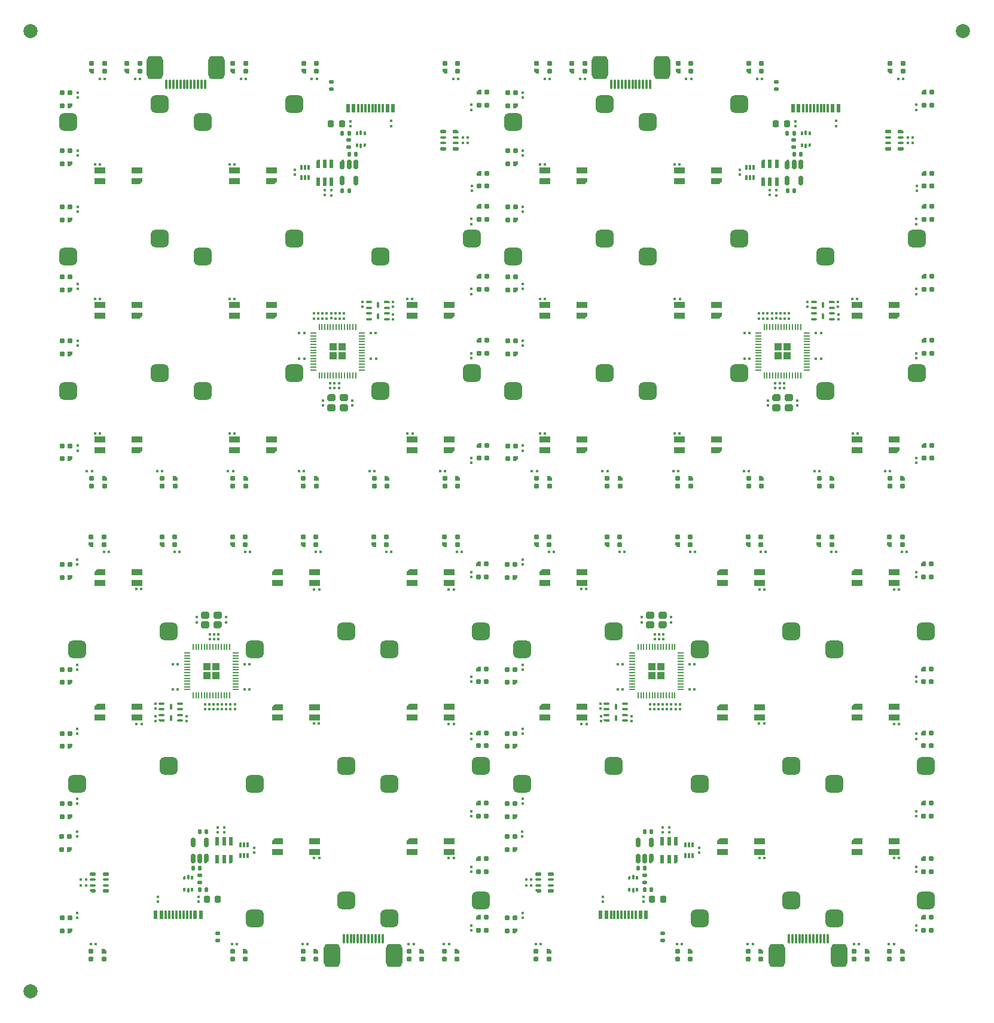
<source format=gbp>
G04 #@! TF.GenerationSoftware,KiCad,Pcbnew,7.0.0-da2b9df05c~165~ubuntu22.04.1*
G04 #@! TF.CreationDate,2023-04-27T22:34:57+00:00*
G04 #@! TF.ProjectId,pcb-panel,7063622d-7061-46e6-956c-2e6b69636164,5.0*
G04 #@! TF.SameCoordinates,Original*
G04 #@! TF.FileFunction,Paste,Bot*
G04 #@! TF.FilePolarity,Positive*
%FSLAX46Y46*%
G04 Gerber Fmt 4.6, Leading zero omitted, Abs format (unit mm)*
G04 Created by KiCad (PCBNEW 7.0.0-da2b9df05c~165~ubuntu22.04.1) date 2023-04-27 22:34:57*
%MOMM*%
%LPD*%
G01*
G04 APERTURE LIST*
G04 Aperture macros list*
%AMRoundRect*
0 Rectangle with rounded corners*
0 $1 Rounding radius*
0 $2 $3 $4 $5 $6 $7 $8 $9 X,Y pos of 4 corners*
0 Add a 4 corners polygon primitive as box body*
4,1,4,$2,$3,$4,$5,$6,$7,$8,$9,$2,$3,0*
0 Add four circle primitives for the rounded corners*
1,1,$1+$1,$2,$3*
1,1,$1+$1,$4,$5*
1,1,$1+$1,$6,$7*
1,1,$1+$1,$8,$9*
0 Add four rect primitives between the rounded corners*
20,1,$1+$1,$2,$3,$4,$5,0*
20,1,$1+$1,$4,$5,$6,$7,0*
20,1,$1+$1,$6,$7,$8,$9,0*
20,1,$1+$1,$8,$9,$2,$3,0*%
%AMFreePoly0*
4,1,18,-0.400000,0.125000,-0.390485,0.172835,-0.363388,0.213388,-0.322835,0.240485,-0.275000,0.250000,0.275000,0.250000,0.322835,0.240485,0.363388,0.213388,0.390485,0.172835,0.400000,0.125000,0.400000,-0.125000,0.390485,-0.172835,0.363388,-0.213388,0.322835,-0.240485,0.275000,-0.250000,-0.150000,-0.250000,-0.400000,0.000000,-0.400000,0.125000,-0.400000,0.125000,$1*%
%AMFreePoly1*
4,1,18,-0.437500,0.050000,-0.433694,0.069134,-0.422855,0.085355,-0.406634,0.096194,-0.387500,0.100000,0.387500,0.100000,0.406634,0.096194,0.422855,0.085355,0.433694,0.069134,0.437500,0.050000,0.437500,-0.050000,0.433694,-0.069134,0.422855,-0.085355,0.406634,-0.096194,0.387500,-0.100000,-0.337500,-0.100000,-0.437500,0.000000,-0.437500,0.050000,-0.437500,0.050000,$1*%
%AMFreePoly2*
4,1,18,-0.350000,0.175000,-0.336679,0.241970,-0.298744,0.298744,-0.241970,0.336679,-0.175000,0.350000,0.175000,0.350000,0.241970,0.336679,0.298744,0.298744,0.336679,0.241970,0.350000,0.175000,0.350000,-0.175000,0.336679,-0.241970,0.298744,-0.298744,0.241970,-0.336679,0.175000,-0.350000,-0.070000,-0.350000,-0.350000,-0.070000,-0.350000,0.175000,-0.350000,0.175000,$1*%
%AMFreePoly3*
4,1,18,-0.605000,0.249400,-0.601910,0.264937,-0.593109,0.278109,-0.579937,0.286910,-0.564400,0.290000,0.564400,0.290000,0.579937,0.286910,0.593109,0.278109,0.601910,0.264937,0.605000,0.249400,0.605000,-0.249400,0.601910,-0.264937,0.593109,-0.278109,0.579937,-0.286910,0.564400,-0.290000,-0.315000,-0.290000,-0.605000,0.000000,-0.605000,0.249400,-0.605000,0.249400,$1*%
%AMFreePoly4*
4,1,18,-0.200000,0.200000,0.000000,0.400000,0.100000,0.400000,0.138268,0.392388,0.170711,0.370711,0.192388,0.338268,0.200000,0.300000,0.200000,-0.300000,0.192388,-0.338268,0.170711,-0.370711,0.138268,-0.392388,0.100000,-0.400000,-0.100000,-0.400000,-0.138268,-0.392388,-0.170711,-0.370711,-0.192388,-0.338268,-0.200000,-0.300000,-0.200000,0.200000,-0.200000,0.200000,$1*%
%AMFreePoly5*
4,1,18,-0.410000,0.718000,-0.403758,0.749380,-0.385983,0.775983,-0.359380,0.793758,-0.328000,0.800000,0.328000,0.800000,0.359380,0.793758,0.385983,0.775983,0.403758,0.749380,0.410000,0.718000,0.410000,-0.718000,0.403758,-0.749380,0.385983,-0.775983,0.359380,-0.793758,0.328000,-0.800000,0.000000,-0.800000,-0.410000,-0.390000,-0.410000,0.718000,-0.410000,0.718000,$1*%
%AMFreePoly6*
4,1,18,-0.350000,0.085000,-0.343530,0.117528,-0.325104,0.145104,-0.297528,0.163530,-0.265000,0.170000,0.265000,0.170000,0.297528,0.163530,0.325104,0.145104,0.343530,0.117528,0.350000,0.085000,0.350000,-0.085000,0.343530,-0.117528,0.325104,-0.145104,0.297528,-0.163530,0.265000,-0.170000,-0.180000,-0.170000,-0.350000,0.000000,-0.350000,0.085000,-0.350000,0.085000,$1*%
%AMFreePoly7*
4,1,18,-0.250000,0.093750,-0.242864,0.129627,-0.222541,0.160041,-0.192127,0.180364,-0.156250,0.187500,0.156250,0.187500,0.192127,0.180364,0.222541,0.160041,0.242864,0.129627,0.250000,0.093750,0.250000,-0.093750,0.242864,-0.129627,0.222541,-0.160041,0.192127,-0.180364,0.156250,-0.187500,-0.062500,-0.187500,-0.250000,0.000000,-0.250000,0.093750,-0.250000,0.093750,$1*%
%AMFreePoly8*
4,1,18,-0.662500,0.150000,-0.651082,0.207403,-0.618566,0.256066,-0.569903,0.288582,-0.512500,0.300000,0.512500,0.300000,0.569903,0.288582,0.618566,0.256066,0.651082,0.207403,0.662500,0.150000,0.662500,-0.150000,0.651082,-0.207403,0.618566,-0.256066,0.569903,-0.288582,0.512500,-0.300000,-0.362500,-0.300000,-0.662500,0.000000,-0.662500,0.150000,-0.662500,0.150000,$1*%
%AMFreePoly9*
4,1,18,-0.575000,0.200000,-0.275000,0.500000,0.325000,0.500000,0.420671,0.480970,0.501777,0.426777,0.555970,0.345671,0.575000,0.250000,0.575000,-0.250000,0.555970,-0.345671,0.501777,-0.426777,0.420671,-0.480970,0.325000,-0.500000,-0.325000,-0.500000,-0.420671,-0.480970,-0.501777,-0.426777,-0.555970,-0.345671,-0.575000,-0.250000,-0.575000,0.200000,-0.575000,0.200000,$1*%
G04 Aperture macros list end*
%ADD10C,2.000000*%
%ADD11RoundRect,0.079500X0.079500X0.100500X-0.079500X0.100500X-0.079500X-0.100500X0.079500X-0.100500X0*%
%ADD12RoundRect,0.079500X-0.079500X-0.100500X0.079500X-0.100500X0.079500X0.100500X-0.079500X0.100500X0*%
%ADD13FreePoly0,0.000000*%
%ADD14RoundRect,0.100000X-0.300000X-0.100000X0.300000X-0.100000X0.300000X0.100000X-0.300000X0.100000X0*%
%ADD15RoundRect,0.125000X-0.275000X-0.125000X0.275000X-0.125000X0.275000X0.125000X-0.275000X0.125000X0*%
%ADD16FreePoly0,180.000000*%
%ADD17RoundRect,0.100000X0.300000X0.100000X-0.300000X0.100000X-0.300000X-0.100000X0.300000X-0.100000X0*%
%ADD18RoundRect,0.125000X0.275000X0.125000X-0.275000X0.125000X-0.275000X-0.125000X0.275000X-0.125000X0*%
%ADD19RoundRect,0.625000X0.650000X0.625000X-0.650000X0.625000X-0.650000X-0.625000X0.650000X-0.625000X0*%
%ADD20RoundRect,0.625000X-0.650000X-0.625000X0.650000X-0.625000X0.650000X0.625000X-0.650000X0.625000X0*%
%ADD21RoundRect,0.250000X-0.292217X-0.292217X0.292217X-0.292217X0.292217X0.292217X-0.292217X0.292217X0*%
%ADD22FreePoly1,0.000000*%
%ADD23RoundRect,0.050000X-0.387500X-0.050000X0.387500X-0.050000X0.387500X0.050000X-0.387500X0.050000X0*%
%ADD24RoundRect,0.050000X-0.050000X-0.387500X0.050000X-0.387500X0.050000X0.387500X-0.050000X0.387500X0*%
%ADD25RoundRect,0.250000X0.292217X0.292217X-0.292217X0.292217X-0.292217X-0.292217X0.292217X-0.292217X0*%
%ADD26FreePoly1,180.000000*%
%ADD27RoundRect,0.050000X0.387500X0.050000X-0.387500X0.050000X-0.387500X-0.050000X0.387500X-0.050000X0*%
%ADD28RoundRect,0.050000X0.050000X0.387500X-0.050000X0.387500X-0.050000X-0.387500X0.050000X-0.387500X0*%
%ADD29FreePoly2,180.000000*%
%ADD30RoundRect,0.175000X0.175000X0.175000X-0.175000X0.175000X-0.175000X-0.175000X0.175000X-0.175000X0*%
%ADD31FreePoly2,0.000000*%
%ADD32RoundRect,0.175000X-0.175000X-0.175000X0.175000X-0.175000X0.175000X0.175000X-0.175000X0.175000X0*%
%ADD33RoundRect,0.135000X0.185000X-0.135000X0.185000X0.135000X-0.185000X0.135000X-0.185000X-0.135000X0*%
%ADD34RoundRect,0.135000X-0.185000X0.135000X-0.185000X-0.135000X0.185000X-0.135000X0.185000X0.135000X0*%
%ADD35FreePoly3,270.000000*%
%ADD36RoundRect,0.040600X-0.249400X0.564400X-0.249400X-0.564400X0.249400X-0.564400X0.249400X0.564400X0*%
%ADD37FreePoly3,90.000000*%
%ADD38RoundRect,0.040600X0.249400X-0.564400X0.249400X0.564400X-0.249400X0.564400X-0.249400X-0.564400X0*%
%ADD39FreePoly2,270.000000*%
%ADD40RoundRect,0.175000X-0.175000X0.175000X-0.175000X-0.175000X0.175000X-0.175000X0.175000X0.175000X0*%
%ADD41FreePoly2,90.000000*%
%ADD42RoundRect,0.175000X0.175000X-0.175000X0.175000X0.175000X-0.175000X0.175000X-0.175000X-0.175000X0*%
%ADD43RoundRect,0.218750X0.218750X0.256250X-0.218750X0.256250X-0.218750X-0.256250X0.218750X-0.256250X0*%
%ADD44RoundRect,0.218750X-0.218750X-0.256250X0.218750X-0.256250X0.218750X0.256250X-0.218750X0.256250X0*%
%ADD45RoundRect,0.079500X0.100500X-0.079500X0.100500X0.079500X-0.100500X0.079500X-0.100500X-0.079500X0*%
%ADD46RoundRect,0.079500X-0.100500X0.079500X-0.100500X-0.079500X0.100500X-0.079500X0.100500X0.079500X0*%
%ADD47RoundRect,0.140000X-0.140000X-0.170000X0.140000X-0.170000X0.140000X0.170000X-0.140000X0.170000X0*%
%ADD48RoundRect,0.140000X0.140000X0.170000X-0.140000X0.170000X-0.140000X-0.170000X0.140000X-0.170000X0*%
%ADD49FreePoly4,90.000000*%
%ADD50RoundRect,0.100000X0.300000X-0.100000X0.300000X0.100000X-0.300000X0.100000X-0.300000X-0.100000X0*%
%ADD51RoundRect,0.087500X-0.087500X-0.312500X0.087500X-0.312500X0.087500X0.312500X-0.087500X0.312500X0*%
%ADD52FreePoly4,270.000000*%
%ADD53RoundRect,0.100000X-0.300000X0.100000X-0.300000X-0.100000X0.300000X-0.100000X0.300000X0.100000X0*%
%ADD54RoundRect,0.087500X0.087500X0.312500X-0.087500X0.312500X-0.087500X-0.312500X0.087500X-0.312500X0*%
%ADD55RoundRect,0.082000X-0.718000X0.328000X-0.718000X-0.328000X0.718000X-0.328000X0.718000X0.328000X0*%
%ADD56FreePoly5,270.000000*%
%ADD57RoundRect,0.082000X0.718000X-0.328000X0.718000X0.328000X-0.718000X0.328000X-0.718000X-0.328000X0*%
%ADD58FreePoly5,90.000000*%
%ADD59FreePoly6,90.000000*%
%ADD60RoundRect,0.085000X0.085000X-0.265000X0.085000X0.265000X-0.085000X0.265000X-0.085000X-0.265000X0*%
%ADD61FreePoly6,270.000000*%
%ADD62RoundRect,0.085000X-0.085000X0.265000X-0.085000X-0.265000X0.085000X-0.265000X0.085000X0.265000X0*%
%ADD63FreePoly7,90.000000*%
%ADD64RoundRect,0.075000X0.075000X-0.250000X0.075000X0.250000X-0.075000X0.250000X-0.075000X-0.250000X0*%
%ADD65RoundRect,0.093750X0.093750X-0.156250X0.093750X0.156250X-0.093750X0.156250X-0.093750X-0.156250X0*%
%ADD66FreePoly7,270.000000*%
%ADD67RoundRect,0.075000X-0.075000X0.250000X-0.075000X-0.250000X0.075000X-0.250000X0.075000X0.250000X0*%
%ADD68RoundRect,0.093750X-0.093750X0.156250X-0.093750X-0.156250X0.093750X-0.156250X0.093750X0.156250X0*%
%ADD69R,0.600000X1.150000*%
%ADD70R,0.300000X1.150000*%
%ADD71FreePoly8,270.000000*%
%ADD72RoundRect,0.150000X-0.150000X0.512500X-0.150000X-0.512500X0.150000X-0.512500X0.150000X0.512500X0*%
%ADD73FreePoly8,90.000000*%
%ADD74RoundRect,0.150000X0.150000X-0.512500X0.150000X0.512500X-0.150000X0.512500X-0.150000X-0.512500X0*%
%ADD75FreePoly9,180.000000*%
%ADD76RoundRect,0.250000X0.325000X0.250000X-0.325000X0.250000X-0.325000X-0.250000X0.325000X-0.250000X0*%
%ADD77FreePoly9,0.000000*%
%ADD78RoundRect,0.250000X-0.325000X-0.250000X0.325000X-0.250000X0.325000X0.250000X-0.325000X0.250000X0*%
%ADD79RoundRect,0.075000X-0.075000X-0.575000X0.075000X-0.575000X0.075000X0.575000X-0.075000X0.575000X0*%
%ADD80RoundRect,0.575000X-0.575000X-1.075000X0.575000X-1.075000X0.575000X1.075000X-0.575000X1.075000X0*%
%ADD81RoundRect,0.075000X0.075000X0.575000X-0.075000X0.575000X-0.075000X-0.575000X0.075000X-0.575000X0*%
%ADD82RoundRect,0.575000X0.575000X1.075000X-0.575000X1.075000X-0.575000X-1.075000X0.575000X-1.075000X0*%
G04 APERTURE END LIST*
D10*
G04 #@! TO.C,REF\u002A\u002A*
X134500004Y138500005D03*
G04 #@! TD*
G04 #@! TO.C,REF\u002A\u002A*
X2500000Y2500000D03*
G04 #@! TD*
G04 #@! TO.C,REF\u002A\u002A*
X2500000Y138500005D03*
G04 #@! TD*
D11*
G04 #@! TO.C,C13*
X12315773Y119610776D03*
X11625773Y119610776D03*
G04 #@! TD*
D12*
G04 #@! TO.C,C13*
X61684231Y21389229D03*
X62374231Y21389229D03*
G04 #@! TD*
G04 #@! TO.C,C13*
X124684231Y21389229D03*
X125374231Y21389229D03*
G04 #@! TD*
D11*
G04 #@! TO.C,C13*
X75315773Y119610776D03*
X74625773Y119610776D03*
G04 #@! TD*
D13*
G04 #@! TO.C,RN1*
X74309230Y16729228D03*
D14*
X74309231Y17529229D03*
X74309231Y18329229D03*
D15*
X74309231Y19129229D03*
X76109231Y19129229D03*
D14*
X76109231Y18329229D03*
X76109231Y17529229D03*
D15*
X76109231Y16729229D03*
G04 #@! TD*
D16*
G04 #@! TO.C,RN1*
X62690772Y124270775D03*
D17*
X62690773Y123470776D03*
X62690773Y122670776D03*
D18*
X62690773Y121870776D03*
X60890773Y121870776D03*
D17*
X60890773Y122670776D03*
X60890773Y123470776D03*
D18*
X60890773Y124270776D03*
G04 #@! TD*
D13*
G04 #@! TO.C,RN1*
X11309230Y16729228D03*
D14*
X11309231Y17529229D03*
X11309231Y18329229D03*
D15*
X11309231Y19129229D03*
X13109231Y19129229D03*
D14*
X13109231Y18329229D03*
X13109231Y17529229D03*
D15*
X13109231Y16729229D03*
G04 #@! TD*
D16*
G04 #@! TO.C,RN1*
X125690772Y124270775D03*
D17*
X125690773Y123470776D03*
X125690773Y122670776D03*
D18*
X125690773Y121870776D03*
X123890773Y121870776D03*
D17*
X123890773Y122670776D03*
X123890773Y123470776D03*
D18*
X123890773Y124270776D03*
G04 #@! TD*
D19*
G04 #@! TO.C,MX8*
X89861252Y87521255D03*
X102788252Y90061255D03*
G04 #@! TD*
D20*
G04 #@! TO.C,MX8*
X47138752Y53478750D03*
X34211752Y50938750D03*
G04 #@! TD*
D19*
G04 #@! TO.C,MX8*
X26861252Y87521255D03*
X39788252Y90061255D03*
G04 #@! TD*
D20*
G04 #@! TO.C,MX8*
X110138752Y53478750D03*
X97211752Y50938750D03*
G04 #@! TD*
D21*
G04 #@! TO.C,U6*
X90441731Y48496729D03*
X90441731Y47221729D03*
X91716731Y48496729D03*
X91716731Y47221729D03*
D22*
X87641730Y45259228D03*
D23*
X87641731Y45659229D03*
X87641731Y46059229D03*
X87641731Y46459229D03*
X87641731Y46859229D03*
X87641731Y47259229D03*
X87641731Y47659229D03*
X87641731Y48059229D03*
X87641731Y48459229D03*
X87641731Y48859229D03*
X87641731Y49259229D03*
X87641731Y49659229D03*
X87641731Y50059229D03*
X87641731Y50459229D03*
D24*
X88479231Y51296729D03*
X88879231Y51296729D03*
X89279231Y51296729D03*
X89679231Y51296729D03*
X90079231Y51296729D03*
X90479231Y51296729D03*
X90879231Y51296729D03*
X91279231Y51296729D03*
X91679231Y51296729D03*
X92079231Y51296729D03*
X92479231Y51296729D03*
X92879231Y51296729D03*
X93279231Y51296729D03*
X93679231Y51296729D03*
D23*
X94516731Y50459229D03*
X94516731Y50059229D03*
X94516731Y49659229D03*
X94516731Y49259229D03*
X94516731Y48859229D03*
X94516731Y48459229D03*
X94516731Y48059229D03*
X94516731Y47659229D03*
X94516731Y47259229D03*
X94516731Y46859229D03*
X94516731Y46459229D03*
X94516731Y46059229D03*
X94516731Y45659229D03*
X94516731Y45259229D03*
D24*
X93679231Y44421729D03*
X93279231Y44421729D03*
X92879231Y44421729D03*
X92479231Y44421729D03*
X92079231Y44421729D03*
X91679231Y44421729D03*
X91279231Y44421729D03*
X90879231Y44421729D03*
X90479231Y44421729D03*
X90079231Y44421729D03*
X89679231Y44421729D03*
X89279231Y44421729D03*
X88879231Y44421729D03*
X88479231Y44421729D03*
G04 #@! TD*
D25*
G04 #@! TO.C,U6*
X109558273Y92503276D03*
X109558273Y93778276D03*
X108283273Y92503276D03*
X108283273Y93778276D03*
D26*
X112358272Y95740775D03*
D27*
X112358273Y95340776D03*
X112358273Y94940776D03*
X112358273Y94540776D03*
X112358273Y94140776D03*
X112358273Y93740776D03*
X112358273Y93340776D03*
X112358273Y92940776D03*
X112358273Y92540776D03*
X112358273Y92140776D03*
X112358273Y91740776D03*
X112358273Y91340776D03*
X112358273Y90940776D03*
X112358273Y90540776D03*
D28*
X111520773Y89703276D03*
X111120773Y89703276D03*
X110720773Y89703276D03*
X110320773Y89703276D03*
X109920773Y89703276D03*
X109520773Y89703276D03*
X109120773Y89703276D03*
X108720773Y89703276D03*
X108320773Y89703276D03*
X107920773Y89703276D03*
X107520773Y89703276D03*
X107120773Y89703276D03*
X106720773Y89703276D03*
X106320773Y89703276D03*
D27*
X105483273Y90540776D03*
X105483273Y90940776D03*
X105483273Y91340776D03*
X105483273Y91740776D03*
X105483273Y92140776D03*
X105483273Y92540776D03*
X105483273Y92940776D03*
X105483273Y93340776D03*
X105483273Y93740776D03*
X105483273Y94140776D03*
X105483273Y94540776D03*
X105483273Y94940776D03*
X105483273Y95340776D03*
X105483273Y95740776D03*
D28*
X106320773Y96578276D03*
X106720773Y96578276D03*
X107120773Y96578276D03*
X107520773Y96578276D03*
X107920773Y96578276D03*
X108320773Y96578276D03*
X108720773Y96578276D03*
X109120773Y96578276D03*
X109520773Y96578276D03*
X109920773Y96578276D03*
X110320773Y96578276D03*
X110720773Y96578276D03*
X111120773Y96578276D03*
X111520773Y96578276D03*
G04 #@! TD*
D25*
G04 #@! TO.C,U6*
X46558273Y92503276D03*
X46558273Y93778276D03*
X45283273Y92503276D03*
X45283273Y93778276D03*
D26*
X49358272Y95740775D03*
D27*
X49358273Y95340776D03*
X49358273Y94940776D03*
X49358273Y94540776D03*
X49358273Y94140776D03*
X49358273Y93740776D03*
X49358273Y93340776D03*
X49358273Y92940776D03*
X49358273Y92540776D03*
X49358273Y92140776D03*
X49358273Y91740776D03*
X49358273Y91340776D03*
X49358273Y90940776D03*
X49358273Y90540776D03*
D28*
X48520773Y89703276D03*
X48120773Y89703276D03*
X47720773Y89703276D03*
X47320773Y89703276D03*
X46920773Y89703276D03*
X46520773Y89703276D03*
X46120773Y89703276D03*
X45720773Y89703276D03*
X45320773Y89703276D03*
X44920773Y89703276D03*
X44520773Y89703276D03*
X44120773Y89703276D03*
X43720773Y89703276D03*
X43320773Y89703276D03*
D27*
X42483273Y90540776D03*
X42483273Y90940776D03*
X42483273Y91340776D03*
X42483273Y91740776D03*
X42483273Y92140776D03*
X42483273Y92540776D03*
X42483273Y92940776D03*
X42483273Y93340776D03*
X42483273Y93740776D03*
X42483273Y94140776D03*
X42483273Y94540776D03*
X42483273Y94940776D03*
X42483273Y95340776D03*
X42483273Y95740776D03*
D28*
X43320773Y96578276D03*
X43720773Y96578276D03*
X44120773Y96578276D03*
X44520773Y96578276D03*
X44920773Y96578276D03*
X45320773Y96578276D03*
X45720773Y96578276D03*
X46120773Y96578276D03*
X46520773Y96578276D03*
X46920773Y96578276D03*
X47320773Y96578276D03*
X47720773Y96578276D03*
X48120773Y96578276D03*
X48520773Y96578276D03*
G04 #@! TD*
D21*
G04 #@! TO.C,U6*
X27441731Y48496729D03*
X27441731Y47221729D03*
X28716731Y48496729D03*
X28716731Y47221729D03*
D22*
X24641730Y45259228D03*
D23*
X24641731Y45659229D03*
X24641731Y46059229D03*
X24641731Y46459229D03*
X24641731Y46859229D03*
X24641731Y47259229D03*
X24641731Y47659229D03*
X24641731Y48059229D03*
X24641731Y48459229D03*
X24641731Y48859229D03*
X24641731Y49259229D03*
X24641731Y49659229D03*
X24641731Y50059229D03*
X24641731Y50459229D03*
D24*
X25479231Y51296729D03*
X25879231Y51296729D03*
X26279231Y51296729D03*
X26679231Y51296729D03*
X27079231Y51296729D03*
X27479231Y51296729D03*
X27879231Y51296729D03*
X28279231Y51296729D03*
X28679231Y51296729D03*
X29079231Y51296729D03*
X29479231Y51296729D03*
X29879231Y51296729D03*
X30279231Y51296729D03*
X30679231Y51296729D03*
D23*
X31516731Y50459229D03*
X31516731Y50059229D03*
X31516731Y49659229D03*
X31516731Y49259229D03*
X31516731Y48859229D03*
X31516731Y48459229D03*
X31516731Y48059229D03*
X31516731Y47659229D03*
X31516731Y47259229D03*
X31516731Y46859229D03*
X31516731Y46459229D03*
X31516731Y46059229D03*
X31516731Y45659229D03*
X31516731Y45259229D03*
D24*
X30679231Y44421729D03*
X30279231Y44421729D03*
X29879231Y44421729D03*
X29479231Y44421729D03*
X29079231Y44421729D03*
X28679231Y44421729D03*
X28279231Y44421729D03*
X27879231Y44421729D03*
X27479231Y44421729D03*
X27079231Y44421729D03*
X26679231Y44421729D03*
X26279231Y44421729D03*
X25879231Y44421729D03*
X25479231Y44421729D03*
G04 #@! TD*
D11*
G04 #@! TO.C,C3*
X32985773Y131770776D03*
X32295773Y131770776D03*
G04 #@! TD*
D12*
G04 #@! TO.C,C3*
X104014231Y9229229D03*
X104704231Y9229229D03*
G04 #@! TD*
G04 #@! TO.C,C3*
X41014231Y9229229D03*
X41704231Y9229229D03*
G04 #@! TD*
D11*
G04 #@! TO.C,C3*
X95985773Y131770776D03*
X95295773Y131770776D03*
G04 #@! TD*
D29*
G04 #@! TO.C,D9*
X75874230Y8179228D03*
D30*
X75874231Y7079229D03*
X74044231Y7079229D03*
X74044231Y8179229D03*
G04 #@! TD*
D29*
G04 #@! TO.C,D9*
X12874230Y8179228D03*
D30*
X12874231Y7079229D03*
X11044231Y7079229D03*
X11044231Y8179229D03*
G04 #@! TD*
D31*
G04 #@! TO.C,D9*
X124125772Y132820775D03*
D32*
X124125773Y133920776D03*
X125955773Y133920776D03*
X125955773Y132820776D03*
G04 #@! TD*
D31*
G04 #@! TO.C,D9*
X61125772Y132820775D03*
D32*
X61125773Y133920776D03*
X62955773Y133920776D03*
X62955773Y132820776D03*
G04 #@! TD*
D31*
G04 #@! TO.C,D13*
X11125772Y132820775D03*
D32*
X11125773Y133920776D03*
X12955773Y133920776D03*
X12955773Y132820776D03*
G04 #@! TD*
D29*
G04 #@! TO.C,D13*
X62874230Y8179228D03*
D30*
X62874231Y7079229D03*
X61044231Y7079229D03*
X61044231Y8179229D03*
G04 #@! TD*
D31*
G04 #@! TO.C,D13*
X74125772Y132820775D03*
D32*
X74125773Y133920776D03*
X75955773Y133920776D03*
X75955773Y132820776D03*
G04 #@! TD*
D29*
G04 #@! TO.C,D13*
X125874230Y8179228D03*
D30*
X125874231Y7079229D03*
X124044231Y7079229D03*
X124044231Y8179229D03*
G04 #@! TD*
D20*
G04 #@! TO.C,MX6*
X21988752Y34428750D03*
X9061752Y31888750D03*
G04 #@! TD*
G04 #@! TO.C,MX6*
X84988752Y34428750D03*
X72061752Y31888750D03*
G04 #@! TD*
D19*
G04 #@! TO.C,MX6*
X52011252Y106571255D03*
X64938252Y109111255D03*
G04 #@! TD*
G04 #@! TO.C,MX6*
X115011252Y106571255D03*
X127938252Y109111255D03*
G04 #@! TD*
D31*
G04 #@! TO.C,D30*
X114054230Y65819228D03*
D32*
X114054231Y66919229D03*
X115884231Y66919229D03*
X115884231Y65819229D03*
G04 #@! TD*
D31*
G04 #@! TO.C,D30*
X51054230Y65819228D03*
D32*
X51054231Y66919229D03*
X52884231Y66919229D03*
X52884231Y65819229D03*
G04 #@! TD*
D29*
G04 #@! TO.C,D30*
X22945772Y75180775D03*
D30*
X22945773Y74080776D03*
X21115773Y74080776D03*
X21115773Y75180776D03*
G04 #@! TD*
D29*
G04 #@! TO.C,D30*
X85945772Y75180775D03*
D30*
X85945773Y74080776D03*
X84115773Y74080776D03*
X84115773Y75180776D03*
G04 #@! TD*
D33*
G04 #@! TO.C,FB1*
X108030773Y130280776D03*
X108030773Y131300776D03*
G04 #@! TD*
D34*
G04 #@! TO.C,FB1*
X91969231Y10719229D03*
X91969231Y9699229D03*
G04 #@! TD*
D33*
G04 #@! TO.C,FB1*
X45030773Y130280776D03*
X45030773Y131300776D03*
G04 #@! TD*
D34*
G04 #@! TO.C,FB1*
X28969231Y10719229D03*
X28969231Y9699229D03*
G04 #@! TD*
D35*
G04 #@! TO.C,U3*
X43190772Y119725775D03*
D36*
X44140773Y119725776D03*
X45090773Y119725776D03*
X45090773Y117215776D03*
X44140773Y117215776D03*
X43190773Y117215776D03*
G04 #@! TD*
D37*
G04 #@! TO.C,U3*
X30809230Y21274228D03*
D38*
X29859231Y21274229D03*
X28909231Y21274229D03*
X28909231Y23784229D03*
X29859231Y23784229D03*
X30809231Y23784229D03*
G04 #@! TD*
D35*
G04 #@! TO.C,U3*
X106190772Y119725775D03*
D36*
X107140773Y119725776D03*
X108090773Y119725776D03*
X108090773Y117215776D03*
X107140773Y117215776D03*
X106190773Y117215776D03*
G04 #@! TD*
D37*
G04 #@! TO.C,U3*
X93809230Y21274228D03*
D38*
X92859231Y21274229D03*
X91909231Y21274229D03*
X91909231Y23784229D03*
X92859231Y23784229D03*
X93809231Y23784229D03*
G04 #@! TD*
D12*
G04 #@! TO.C,C5*
X61004231Y9229229D03*
X61694231Y9229229D03*
G04 #@! TD*
D11*
G04 #@! TO.C,C5*
X75995773Y131770776D03*
X75305773Y131770776D03*
G04 #@! TD*
G04 #@! TO.C,C5*
X12995773Y131770776D03*
X12305773Y131770776D03*
G04 #@! TD*
D12*
G04 #@! TO.C,C5*
X124004231Y9229229D03*
X124694231Y9229229D03*
G04 #@! TD*
D39*
G04 #@! TO.C,D20*
X65940772Y103785775D03*
D40*
X67040773Y103785776D03*
X67040773Y101955776D03*
X65940773Y101955776D03*
G04 #@! TD*
D39*
G04 #@! TO.C,D20*
X128940772Y103785775D03*
D40*
X130040773Y103785776D03*
X130040773Y101955776D03*
X128940773Y101955776D03*
G04 #@! TD*
D41*
G04 #@! TO.C,D20*
X8059230Y37214228D03*
D42*
X6959231Y37214229D03*
X6959231Y39044229D03*
X8059231Y39044229D03*
G04 #@! TD*
D41*
G04 #@! TO.C,D20*
X71059230Y37214228D03*
D42*
X69959231Y37214229D03*
X69959231Y39044229D03*
X71059231Y39044229D03*
G04 #@! TD*
D12*
G04 #@! TO.C,C4*
X119014231Y9229229D03*
X119704231Y9229229D03*
G04 #@! TD*
D11*
G04 #@! TO.C,C4*
X17985773Y131770776D03*
X17295773Y131770776D03*
G04 #@! TD*
D12*
G04 #@! TO.C,C4*
X56014231Y9229229D03*
X56704231Y9229229D03*
G04 #@! TD*
D11*
G04 #@! TO.C,C4*
X80985773Y131770776D03*
X80295773Y131770776D03*
G04 #@! TD*
D29*
G04 #@! TO.C,D26*
X125945772Y75180775D03*
D30*
X125945773Y74080776D03*
X124115773Y74080776D03*
X124115773Y75180776D03*
G04 #@! TD*
D31*
G04 #@! TO.C,D26*
X11054230Y65819228D03*
D32*
X11054231Y66919229D03*
X12884231Y66919229D03*
X12884231Y65819229D03*
G04 #@! TD*
D31*
G04 #@! TO.C,D26*
X74054230Y65819228D03*
D32*
X74054231Y66919229D03*
X75884231Y66919229D03*
X75884231Y65819229D03*
G04 #@! TD*
D29*
G04 #@! TO.C,D26*
X62945772Y75180775D03*
D30*
X62945773Y74080776D03*
X61115773Y74080776D03*
X61115773Y75180776D03*
G04 #@! TD*
D43*
G04 #@! TO.C,F1*
X92006731Y15599229D03*
X90431731Y15599229D03*
G04 #@! TD*
G04 #@! TO.C,F1*
X29006731Y15599229D03*
X27431731Y15599229D03*
G04 #@! TD*
D44*
G04 #@! TO.C,F1*
X44993273Y125400776D03*
X46568273Y125400776D03*
G04 #@! TD*
G04 #@! TO.C,F1*
X107993273Y125400776D03*
X109568273Y125400776D03*
G04 #@! TD*
D45*
G04 #@! TO.C,C14*
X127859231Y19444229D03*
X127859231Y20134229D03*
G04 #@! TD*
D46*
G04 #@! TO.C,C14*
X9140773Y121555776D03*
X9140773Y120865776D03*
G04 #@! TD*
G04 #@! TO.C,C14*
X72140773Y121555776D03*
X72140773Y120865776D03*
G04 #@! TD*
D45*
G04 #@! TO.C,C14*
X64859231Y19444229D03*
X64859231Y20134229D03*
G04 #@! TD*
D46*
G04 #@! TO.C,C27*
X31384231Y43179229D03*
X31384231Y42489229D03*
G04 #@! TD*
G04 #@! TO.C,C27*
X94384231Y43179229D03*
X94384231Y42489229D03*
G04 #@! TD*
D45*
G04 #@! TO.C,C27*
X42615773Y97820776D03*
X42615773Y98510776D03*
G04 #@! TD*
G04 #@! TO.C,C27*
X105615773Y97820776D03*
X105615773Y98510776D03*
G04 #@! TD*
D41*
G04 #@! TO.C,D19*
X8090772Y111785775D03*
D42*
X6990773Y111785776D03*
X6990773Y113615776D03*
X8090773Y113615776D03*
G04 #@! TD*
D39*
G04 #@! TO.C,D19*
X128909230Y29214228D03*
D40*
X130009231Y29214229D03*
X130009231Y27384229D03*
X128909231Y27384229D03*
G04 #@! TD*
D41*
G04 #@! TO.C,D19*
X71090772Y111785775D03*
D42*
X69990773Y111785776D03*
X69990773Y113615776D03*
X71090773Y113615776D03*
G04 #@! TD*
D39*
G04 #@! TO.C,D19*
X65909230Y29214228D03*
D40*
X67009231Y29214229D03*
X67009231Y27384229D03*
X65909231Y27384229D03*
G04 #@! TD*
D46*
G04 #@! TO.C,C19*
X127890773Y101985776D03*
X127890773Y101295776D03*
G04 #@! TD*
D45*
G04 #@! TO.C,C19*
X9109231Y39014229D03*
X9109231Y39704229D03*
G04 #@! TD*
G04 #@! TO.C,C19*
X72109231Y39014229D03*
X72109231Y39704229D03*
G04 #@! TD*
D46*
G04 #@! TO.C,C19*
X64890773Y101985776D03*
X64890773Y101295776D03*
G04 #@! TD*
G04 #@! TO.C,R7*
X20199231Y41524229D03*
X20199231Y40834229D03*
G04 #@! TD*
D45*
G04 #@! TO.C,R7*
X116800773Y99475776D03*
X116800773Y100165776D03*
G04 #@! TD*
D46*
G04 #@! TO.C,R7*
X83199231Y41524229D03*
X83199231Y40834229D03*
G04 #@! TD*
D45*
G04 #@! TO.C,R7*
X53800773Y99475776D03*
X53800773Y100165776D03*
G04 #@! TD*
D47*
G04 #@! TO.C,C11*
X110560773Y121045776D03*
X111520773Y121045776D03*
G04 #@! TD*
D48*
G04 #@! TO.C,C11*
X26439231Y19954229D03*
X25479231Y19954229D03*
G04 #@! TD*
D47*
G04 #@! TO.C,C11*
X47560773Y121045776D03*
X48520773Y121045776D03*
G04 #@! TD*
D48*
G04 #@! TO.C,C11*
X89439231Y19954229D03*
X88479231Y19954229D03*
G04 #@! TD*
D49*
G04 #@! TO.C,U5*
X21042730Y40861228D03*
D50*
X21042731Y41661229D03*
X21042731Y42461229D03*
X21042731Y43261229D03*
X23642731Y43261229D03*
X23642731Y42461229D03*
X23642731Y41661229D03*
X23642731Y40861229D03*
D51*
X22342731Y41259229D03*
X22342731Y42859229D03*
G04 #@! TD*
D52*
G04 #@! TO.C,U5*
X115957272Y100138775D03*
D53*
X115957273Y99338776D03*
X115957273Y98538776D03*
X115957273Y97738776D03*
X113357273Y97738776D03*
X113357273Y98538776D03*
X113357273Y99338776D03*
X113357273Y100138776D03*
D54*
X114657273Y99740776D03*
X114657273Y98140776D03*
G04 #@! TD*
D49*
G04 #@! TO.C,U5*
X84042730Y40861228D03*
D50*
X84042731Y41661229D03*
X84042731Y42461229D03*
X84042731Y43261229D03*
X86642731Y43261229D03*
X86642731Y42461229D03*
X86642731Y41661229D03*
X86642731Y40861229D03*
D51*
X85342731Y41259229D03*
X85342731Y42859229D03*
G04 #@! TD*
D52*
G04 #@! TO.C,U5*
X52957272Y100138775D03*
D53*
X52957273Y99338776D03*
X52957273Y98538776D03*
X52957273Y97738776D03*
X50357273Y97738776D03*
X50357273Y98538776D03*
X50357273Y99338776D03*
X50357273Y100138776D03*
D54*
X51657273Y99740776D03*
X51657273Y98140776D03*
G04 #@! TD*
D39*
G04 #@! TO.C,D24*
X128940772Y79870775D03*
D40*
X130040773Y79870776D03*
X130040773Y78040776D03*
X128940773Y78040776D03*
G04 #@! TD*
D41*
G04 #@! TO.C,D24*
X8059230Y61129228D03*
D42*
X6959231Y61129229D03*
X6959231Y62959229D03*
X8059231Y62959229D03*
G04 #@! TD*
D41*
G04 #@! TO.C,D24*
X71059230Y61129228D03*
D42*
X69959231Y61129229D03*
X69959231Y62959229D03*
X71059231Y62959229D03*
G04 #@! TD*
D39*
G04 #@! TO.C,D24*
X65940772Y79870775D03*
D40*
X67040773Y79870776D03*
X67040773Y78040776D03*
X65940773Y78040776D03*
G04 #@! TD*
D46*
G04 #@! TO.C,C18*
X9140773Y113635776D03*
X9140773Y112945776D03*
G04 #@! TD*
G04 #@! TO.C,C18*
X72140773Y113635776D03*
X72140773Y112945776D03*
G04 #@! TD*
D45*
G04 #@! TO.C,C18*
X64859231Y27364229D03*
X64859231Y28054229D03*
G04 #@! TD*
G04 #@! TO.C,C18*
X127859231Y27364229D03*
X127859231Y28054229D03*
G04 #@! TD*
D55*
G04 #@! TO.C,D4*
X105649231Y41289228D03*
X105649231Y42789228D03*
D56*
X100449230Y42789227D03*
D55*
X100449231Y41289228D03*
G04 #@! TD*
D57*
G04 #@! TO.C,D4*
X31350773Y99710777D03*
X31350773Y98210777D03*
D58*
X36550772Y98210776D03*
D57*
X36550773Y99710777D03*
G04 #@! TD*
G04 #@! TO.C,D4*
X94350773Y99710777D03*
X94350773Y98210777D03*
D58*
X99550772Y98210776D03*
D57*
X99550773Y99710777D03*
G04 #@! TD*
D55*
G04 #@! TO.C,D4*
X42649231Y41289228D03*
X42649231Y42789228D03*
D56*
X37449230Y42789227D03*
D55*
X37449231Y41289228D03*
G04 #@! TD*
D45*
G04 #@! TO.C,C21*
X109215773Y97825776D03*
X109215773Y98515776D03*
G04 #@! TD*
D46*
G04 #@! TO.C,C21*
X27784231Y43174229D03*
X27784231Y42484229D03*
G04 #@! TD*
G04 #@! TO.C,C21*
X90784231Y43174229D03*
X90784231Y42484229D03*
G04 #@! TD*
D45*
G04 #@! TO.C,C21*
X46215773Y97825776D03*
X46215773Y98515776D03*
G04 #@! TD*
D41*
G04 #@! TO.C,D22*
X71059230Y46299228D03*
D42*
X69959231Y46299229D03*
X69959231Y48129229D03*
X71059231Y48129229D03*
G04 #@! TD*
D39*
G04 #@! TO.C,D22*
X65940772Y94700775D03*
D40*
X67040773Y94700776D03*
X67040773Y92870776D03*
X65940773Y92870776D03*
G04 #@! TD*
D39*
G04 #@! TO.C,D22*
X128940772Y94700775D03*
D40*
X130040773Y94700776D03*
X130040773Y92870776D03*
X128940773Y92870776D03*
G04 #@! TD*
D41*
G04 #@! TO.C,D22*
X8059230Y46299228D03*
D42*
X6959231Y46299229D03*
X6959231Y48129229D03*
X8059231Y48129229D03*
G04 #@! TD*
D11*
G04 #@! TO.C,C35*
X41210773Y92145776D03*
X40520773Y92145776D03*
G04 #@! TD*
G04 #@! TO.C,C35*
X104210773Y92145776D03*
X103520773Y92145776D03*
G04 #@! TD*
D12*
G04 #@! TO.C,C35*
X32789231Y48854229D03*
X33479231Y48854229D03*
G04 #@! TD*
G04 #@! TO.C,C35*
X95789231Y48854229D03*
X96479231Y48854229D03*
G04 #@! TD*
D46*
G04 #@! TO.C,R3*
X39867053Y118841209D03*
X39867053Y118151209D03*
G04 #@! TD*
G04 #@! TO.C,R3*
X102867053Y118841209D03*
X102867053Y118151209D03*
G04 #@! TD*
D45*
G04 #@! TO.C,R3*
X34132951Y22158796D03*
X34132951Y22848796D03*
G04 #@! TD*
G04 #@! TO.C,R3*
X97132951Y22158796D03*
X97132951Y22848796D03*
G04 #@! TD*
D46*
G04 #@! TO.C,C16*
X127890773Y111885776D03*
X127890773Y111195776D03*
G04 #@! TD*
D45*
G04 #@! TO.C,C16*
X9109231Y29114229D03*
X9109231Y29804229D03*
G04 #@! TD*
G04 #@! TO.C,C16*
X72109231Y29114229D03*
X72109231Y29804229D03*
G04 #@! TD*
D46*
G04 #@! TO.C,C16*
X64890773Y111885776D03*
X64890773Y111195776D03*
G04 #@! TD*
D41*
G04 #@! TO.C,D15*
X71090772Y127955775D03*
D42*
X69990773Y127955776D03*
X69990773Y129785776D03*
X71090773Y129785776D03*
G04 #@! TD*
D39*
G04 #@! TO.C,D15*
X65909230Y13044228D03*
D40*
X67009231Y13044229D03*
X67009231Y11214229D03*
X65909231Y11214229D03*
G04 #@! TD*
D39*
G04 #@! TO.C,D15*
X128909230Y13044228D03*
D40*
X130009231Y13044229D03*
X130009231Y11214229D03*
X128909231Y11214229D03*
G04 #@! TD*
D41*
G04 #@! TO.C,D15*
X8090772Y127955775D03*
D42*
X6990773Y127955776D03*
X6990773Y129785776D03*
X8090773Y129785776D03*
G04 #@! TD*
D12*
G04 #@! TO.C,C20*
X17484231Y40419229D03*
X18174231Y40419229D03*
G04 #@! TD*
G04 #@! TO.C,C20*
X80484231Y40419229D03*
X81174231Y40419229D03*
G04 #@! TD*
D11*
G04 #@! TO.C,C20*
X56515773Y100580776D03*
X55825773Y100580776D03*
G04 #@! TD*
G04 #@! TO.C,C20*
X119515773Y100580776D03*
X118825773Y100580776D03*
G04 #@! TD*
D41*
G04 #@! TO.C,D25*
X8090772Y77955775D03*
D42*
X6990773Y77955776D03*
X6990773Y79785776D03*
X8090773Y79785776D03*
G04 #@! TD*
D41*
G04 #@! TO.C,D25*
X71090772Y77955775D03*
D42*
X69990773Y77955776D03*
X69990773Y79785776D03*
X71090773Y79785776D03*
G04 #@! TD*
D39*
G04 #@! TO.C,D25*
X65909230Y63044228D03*
D40*
X67009231Y63044229D03*
X67009231Y61214229D03*
X65909231Y61214229D03*
G04 #@! TD*
D39*
G04 #@! TO.C,D25*
X128909230Y63044228D03*
D40*
X130009231Y63044229D03*
X130009231Y61214229D03*
X128909231Y61214229D03*
G04 #@! TD*
D39*
G04 #@! TO.C,D18*
X65940772Y113700775D03*
D40*
X67040773Y113700776D03*
X67040773Y111870776D03*
X65940773Y111870776D03*
G04 #@! TD*
D39*
G04 #@! TO.C,D18*
X128940772Y113700775D03*
D40*
X130040773Y113700776D03*
X130040773Y111870776D03*
X128940773Y111870776D03*
G04 #@! TD*
D41*
G04 #@! TO.C,D18*
X8059230Y27299228D03*
D42*
X6959231Y27299229D03*
X6959231Y29129229D03*
X8059231Y29129229D03*
G04 #@! TD*
D41*
G04 #@! TO.C,D18*
X71059230Y27299228D03*
D42*
X69959231Y27299229D03*
X69959231Y29129229D03*
X71059231Y29129229D03*
G04 #@! TD*
D46*
G04 #@! TO.C,R6*
X116810773Y98420776D03*
X116810773Y97730776D03*
G04 #@! TD*
D45*
G04 #@! TO.C,R6*
X20189231Y42579229D03*
X20189231Y43269229D03*
G04 #@! TD*
G04 #@! TO.C,R6*
X83189231Y42579229D03*
X83189231Y43269229D03*
G04 #@! TD*
D46*
G04 #@! TO.C,R6*
X53810773Y98420776D03*
X53810773Y97730776D03*
G04 #@! TD*
D11*
G04 #@! TO.C,C28*
X31375773Y100560776D03*
X30685773Y100560776D03*
G04 #@! TD*
G04 #@! TO.C,C28*
X94375773Y100560776D03*
X93685773Y100560776D03*
G04 #@! TD*
D12*
G04 #@! TO.C,C28*
X42624231Y40439229D03*
X43314231Y40439229D03*
G04 #@! TD*
G04 #@! TO.C,C28*
X105624231Y40439229D03*
X106314231Y40439229D03*
G04 #@! TD*
D29*
G04 #@! TO.C,D27*
X52945772Y75180775D03*
D30*
X52945773Y74080776D03*
X51115773Y74080776D03*
X51115773Y75180776D03*
G04 #@! TD*
D29*
G04 #@! TO.C,D27*
X115945772Y75180775D03*
D30*
X115945773Y74080776D03*
X114115773Y74080776D03*
X114115773Y75180776D03*
G04 #@! TD*
D31*
G04 #@! TO.C,D27*
X21054230Y65819228D03*
D32*
X21054231Y66919229D03*
X22884231Y66919229D03*
X22884231Y65819229D03*
G04 #@! TD*
D31*
G04 #@! TO.C,D27*
X84054230Y65819228D03*
D32*
X84054231Y66919229D03*
X85884231Y66919229D03*
X85884231Y65819229D03*
G04 #@! TD*
D31*
G04 #@! TO.C,D11*
X31125772Y132820775D03*
D32*
X31125773Y133920776D03*
X32955773Y133920776D03*
X32955773Y132820776D03*
G04 #@! TD*
D31*
G04 #@! TO.C,D11*
X94125772Y132820775D03*
D32*
X94125773Y133920776D03*
X95955773Y133920776D03*
X95955773Y132820776D03*
G04 #@! TD*
D29*
G04 #@! TO.C,D11*
X42874230Y8179228D03*
D30*
X42874231Y7079229D03*
X41044231Y7079229D03*
X41044231Y8179229D03*
G04 #@! TD*
D29*
G04 #@! TO.C,D11*
X105874230Y8179228D03*
D30*
X105874231Y7079229D03*
X104044231Y7079229D03*
X104044231Y8179229D03*
G04 #@! TD*
D57*
G04 #@! TO.C,D5*
X56496252Y99701256D03*
X56496252Y98201256D03*
D58*
X61696251Y98201255D03*
D57*
X61696252Y99701256D03*
G04 #@! TD*
G04 #@! TO.C,D5*
X119496252Y99701256D03*
X119496252Y98201256D03*
D58*
X124696251Y98201255D03*
D57*
X124696252Y99701256D03*
G04 #@! TD*
D55*
G04 #@! TO.C,D5*
X17503752Y41298749D03*
X17503752Y42798749D03*
D56*
X12303751Y42798748D03*
D55*
X12303752Y41298749D03*
G04 #@! TD*
G04 #@! TO.C,D5*
X80503752Y41298749D03*
X80503752Y42798749D03*
D56*
X75303751Y42798748D03*
D55*
X75303752Y41298749D03*
G04 #@! TD*
D46*
G04 #@! TO.C,C37*
X47990773Y86190776D03*
X47990773Y85500776D03*
G04 #@! TD*
G04 #@! TO.C,C37*
X110990773Y86190776D03*
X110990773Y85500776D03*
G04 #@! TD*
D45*
G04 #@! TO.C,C37*
X26009231Y54809229D03*
X26009231Y55499229D03*
G04 #@! TD*
G04 #@! TO.C,C37*
X89009231Y54809229D03*
X89009231Y55499229D03*
G04 #@! TD*
D31*
G04 #@! TO.C,D31*
X124054230Y65819228D03*
D32*
X124054231Y66919229D03*
X125884231Y66919229D03*
X125884231Y65819229D03*
G04 #@! TD*
D29*
G04 #@! TO.C,D31*
X12945772Y75180775D03*
D30*
X12945773Y74080776D03*
X11115773Y74080776D03*
X11115773Y75180776D03*
G04 #@! TD*
D29*
G04 #@! TO.C,D31*
X75945772Y75180775D03*
D30*
X75945773Y74080776D03*
X74115773Y74080776D03*
X74115773Y75180776D03*
G04 #@! TD*
D31*
G04 #@! TO.C,D31*
X61054230Y65819228D03*
D32*
X61054231Y66919229D03*
X62884231Y66919229D03*
X62884231Y65819229D03*
G04 #@! TD*
D45*
G04 #@! TO.C,R4*
X45070773Y115265776D03*
X45070773Y115955776D03*
G04 #@! TD*
G04 #@! TO.C,R4*
X108070773Y115265776D03*
X108070773Y115955776D03*
G04 #@! TD*
D46*
G04 #@! TO.C,R4*
X28929231Y25734229D03*
X28929231Y25044229D03*
G04 #@! TD*
G04 #@! TO.C,R4*
X91929231Y25734229D03*
X91929231Y25044229D03*
G04 #@! TD*
D34*
G04 #@! TO.C,FB2*
X47540773Y123090776D03*
X47540773Y122070776D03*
G04 #@! TD*
G04 #@! TO.C,FB2*
X110540773Y123090776D03*
X110540773Y122070776D03*
G04 #@! TD*
D33*
G04 #@! TO.C,FB2*
X26459231Y17909229D03*
X26459231Y18929229D03*
G04 #@! TD*
G04 #@! TO.C,FB2*
X89459231Y17909229D03*
X89459231Y18929229D03*
G04 #@! TD*
D59*
G04 #@! TO.C,U4*
X41840772Y117745775D03*
D60*
X41340773Y117745776D03*
X40840773Y117745776D03*
X40840773Y119245776D03*
X41340773Y119245776D03*
X41840773Y119245776D03*
G04 #@! TD*
D59*
G04 #@! TO.C,U4*
X104840772Y117745775D03*
D60*
X104340773Y117745776D03*
X103840773Y117745776D03*
X103840773Y119245776D03*
X104340773Y119245776D03*
X104840773Y119245776D03*
G04 #@! TD*
D61*
G04 #@! TO.C,U4*
X32159230Y23254228D03*
D62*
X32659231Y23254229D03*
X33159231Y23254229D03*
X33159231Y21754229D03*
X32659231Y21754229D03*
X32159231Y21754229D03*
G04 #@! TD*
D61*
G04 #@! TO.C,U4*
X95159230Y23254228D03*
D62*
X95659231Y23254229D03*
X96159231Y23254229D03*
X96159231Y21754229D03*
X95659231Y21754229D03*
X95159231Y21754229D03*
G04 #@! TD*
D11*
G04 #@! TO.C,C43*
X12315773Y81550776D03*
X11625773Y81550776D03*
G04 #@! TD*
G04 #@! TO.C,C43*
X75315773Y81550776D03*
X74625773Y81550776D03*
G04 #@! TD*
D12*
G04 #@! TO.C,C43*
X61684231Y59449229D03*
X62374231Y59449229D03*
G04 #@! TD*
G04 #@! TO.C,C43*
X124684231Y59449229D03*
X125374231Y59449229D03*
G04 #@! TD*
D57*
G04 #@! TO.C,D3*
X12296252Y99701256D03*
X12296252Y98201256D03*
D58*
X17496251Y98201255D03*
D57*
X17496252Y99701256D03*
G04 #@! TD*
G04 #@! TO.C,D3*
X75296252Y99701256D03*
X75296252Y98201256D03*
D58*
X80496251Y98201255D03*
D57*
X80496252Y99701256D03*
G04 #@! TD*
D55*
G04 #@! TO.C,D3*
X61703752Y41298749D03*
X61703752Y42798749D03*
D56*
X56503751Y42798748D03*
D55*
X56503752Y41298749D03*
G04 #@! TD*
G04 #@! TO.C,D3*
X124703752Y41298749D03*
X124703752Y42798749D03*
D56*
X119503751Y42798748D03*
D55*
X119503752Y41298749D03*
G04 #@! TD*
D46*
G04 #@! TO.C,C24*
X49470773Y100165776D03*
X49470773Y99475776D03*
G04 #@! TD*
G04 #@! TO.C,C24*
X112470773Y100165776D03*
X112470773Y99475776D03*
G04 #@! TD*
D45*
G04 #@! TO.C,C24*
X24529231Y40834229D03*
X24529231Y41524229D03*
G04 #@! TD*
G04 #@! TO.C,C24*
X87529231Y40834229D03*
X87529231Y41524229D03*
G04 #@! TD*
D46*
G04 #@! TO.C,C38*
X45515773Y88615776D03*
X45515773Y87925776D03*
G04 #@! TD*
G04 #@! TO.C,C38*
X108515773Y88615776D03*
X108515773Y87925776D03*
G04 #@! TD*
D45*
G04 #@! TO.C,C38*
X28484231Y52384229D03*
X28484231Y53074229D03*
G04 #@! TD*
G04 #@! TO.C,C38*
X91484231Y52384229D03*
X91484231Y53074229D03*
G04 #@! TD*
D11*
G04 #@! TO.C,C29*
X12315773Y100580776D03*
X11625773Y100580776D03*
G04 #@! TD*
G04 #@! TO.C,C29*
X75315773Y100580776D03*
X74625773Y100580776D03*
G04 #@! TD*
D12*
G04 #@! TO.C,C29*
X61684231Y40419229D03*
X62374231Y40419229D03*
G04 #@! TD*
G04 #@! TO.C,C29*
X124684231Y40419229D03*
X125374231Y40419229D03*
G04 #@! TD*
D46*
G04 #@! TO.C,C44*
X9140773Y79805776D03*
X9140773Y79115776D03*
G04 #@! TD*
G04 #@! TO.C,C44*
X72140773Y79805776D03*
X72140773Y79115776D03*
G04 #@! TD*
D45*
G04 #@! TO.C,C44*
X64859231Y61194229D03*
X64859231Y61884229D03*
G04 #@! TD*
G04 #@! TO.C,C44*
X127859231Y61194229D03*
X127859231Y61884229D03*
G04 #@! TD*
D20*
G04 #@! TO.C,MX9*
X84988752Y53478750D03*
X72061752Y50938750D03*
G04 #@! TD*
D19*
G04 #@! TO.C,MX9*
X52011252Y87521255D03*
X64938252Y90061255D03*
G04 #@! TD*
G04 #@! TO.C,MX9*
X115011252Y87521255D03*
X127938252Y90061255D03*
G04 #@! TD*
D20*
G04 #@! TO.C,MX9*
X21988752Y53478750D03*
X9061752Y50938750D03*
G04 #@! TD*
D31*
G04 #@! TO.C,D10*
X41125772Y132820775D03*
D32*
X41125773Y133920776D03*
X42955773Y133920776D03*
X42955773Y132820776D03*
G04 #@! TD*
D31*
G04 #@! TO.C,D10*
X104125772Y132820775D03*
D32*
X104125773Y133920776D03*
X105955773Y133920776D03*
X105955773Y132820776D03*
G04 #@! TD*
D29*
G04 #@! TO.C,D10*
X32874230Y8179228D03*
D30*
X32874231Y7079229D03*
X31044231Y7079229D03*
X31044231Y8179229D03*
G04 #@! TD*
D29*
G04 #@! TO.C,D10*
X95874230Y8179228D03*
D30*
X95874231Y7079229D03*
X94044231Y7079229D03*
X94044231Y8179229D03*
G04 #@! TD*
D46*
G04 #@! TO.C,C15*
X64940773Y116565776D03*
X64940773Y115875776D03*
G04 #@! TD*
G04 #@! TO.C,C15*
X127940773Y116565776D03*
X127940773Y115875776D03*
G04 #@! TD*
D45*
G04 #@! TO.C,C15*
X9059231Y24434229D03*
X9059231Y25124229D03*
G04 #@! TD*
G04 #@! TO.C,C15*
X72059231Y24434229D03*
X72059231Y25124229D03*
G04 #@! TD*
D63*
G04 #@! TO.C,U1*
X49758272Y122370775D03*
D64*
X49220773Y122295776D03*
D65*
X48683273Y122370776D03*
X48683273Y124070776D03*
D64*
X49220773Y124145776D03*
D65*
X49758273Y124070776D03*
G04 #@! TD*
D63*
G04 #@! TO.C,U1*
X112758272Y122370775D03*
D64*
X112220773Y122295776D03*
D65*
X111683273Y122370776D03*
X111683273Y124070776D03*
D64*
X112220773Y124145776D03*
D65*
X112758273Y124070776D03*
G04 #@! TD*
D66*
G04 #@! TO.C,U1*
X24241730Y18629228D03*
D67*
X24779231Y18704229D03*
D68*
X25316731Y18629229D03*
X25316731Y16929229D03*
D67*
X24779231Y16854229D03*
D68*
X24241731Y16929229D03*
G04 #@! TD*
D66*
G04 #@! TO.C,U1*
X87241730Y18629228D03*
D67*
X87779231Y18704229D03*
D68*
X88316731Y18629229D03*
X88316731Y16929229D03*
D67*
X87779231Y16854229D03*
D68*
X87241731Y16929229D03*
G04 #@! TD*
D19*
G04 #@! TO.C,MX1*
X7811252Y125621255D03*
X20738252Y128161255D03*
G04 #@! TD*
G04 #@! TO.C,MX1*
X70811252Y125621255D03*
X83738252Y128161255D03*
G04 #@! TD*
D20*
G04 #@! TO.C,MX1*
X66188752Y15378750D03*
X53261752Y12838750D03*
G04 #@! TD*
G04 #@! TO.C,MX1*
X129188752Y15378750D03*
X116261752Y12838750D03*
G04 #@! TD*
D19*
G04 #@! TO.C,MX2*
X26861252Y125621255D03*
X39788252Y128161255D03*
G04 #@! TD*
G04 #@! TO.C,MX2*
X89861252Y125621255D03*
X102788252Y128161255D03*
G04 #@! TD*
D20*
G04 #@! TO.C,MX2*
X47138752Y15378750D03*
X34211752Y12838750D03*
G04 #@! TD*
G04 #@! TO.C,MX2*
X110138752Y15378750D03*
X97211752Y12838750D03*
G04 #@! TD*
D46*
G04 #@! TO.C,C6*
X9160773Y129805776D03*
X9160773Y129115776D03*
G04 #@! TD*
G04 #@! TO.C,C6*
X72160773Y129805776D03*
X72160773Y129115776D03*
G04 #@! TD*
D45*
G04 #@! TO.C,C6*
X64839231Y11194229D03*
X64839231Y11884229D03*
G04 #@! TD*
G04 #@! TO.C,C6*
X127839231Y11194229D03*
X127839231Y11884229D03*
G04 #@! TD*
G04 #@! TO.C,C39*
X92084231Y52384229D03*
X92084231Y53074229D03*
G04 #@! TD*
D46*
G04 #@! TO.C,C39*
X44915773Y88615776D03*
X44915773Y87925776D03*
G04 #@! TD*
G04 #@! TO.C,C39*
X107915773Y88615776D03*
X107915773Y87925776D03*
G04 #@! TD*
D45*
G04 #@! TO.C,C39*
X29084231Y52384229D03*
X29084231Y53074229D03*
G04 #@! TD*
D57*
G04 #@! TO.C,D7*
X94346252Y80651256D03*
X94346252Y79151256D03*
D58*
X99546251Y79151255D03*
D57*
X99546252Y80651256D03*
G04 #@! TD*
G04 #@! TO.C,D7*
X31346252Y80651256D03*
X31346252Y79151256D03*
D58*
X36546251Y79151255D03*
D57*
X36546252Y80651256D03*
G04 #@! TD*
D55*
G04 #@! TO.C,D7*
X42653752Y60348749D03*
X42653752Y61848749D03*
D56*
X37453751Y61848748D03*
D55*
X37453752Y60348749D03*
G04 #@! TD*
G04 #@! TO.C,D7*
X105653752Y60348749D03*
X105653752Y61848749D03*
D56*
X100453751Y61848748D03*
D55*
X100453752Y60348749D03*
G04 #@! TD*
D45*
G04 #@! TO.C,R2*
X47750773Y125075776D03*
X47750773Y125765776D03*
G04 #@! TD*
G04 #@! TO.C,R2*
X110750773Y125075776D03*
X110750773Y125765776D03*
G04 #@! TD*
D46*
G04 #@! TO.C,R2*
X26249231Y15924229D03*
X26249231Y15234229D03*
G04 #@! TD*
G04 #@! TO.C,R2*
X89249231Y15924229D03*
X89249231Y15234229D03*
G04 #@! TD*
D11*
G04 #@! TO.C,C12*
X31365773Y119600776D03*
X30675773Y119600776D03*
G04 #@! TD*
G04 #@! TO.C,C12*
X94365773Y119600776D03*
X93675773Y119600776D03*
G04 #@! TD*
D12*
G04 #@! TO.C,C12*
X42634231Y21399229D03*
X43324231Y21399229D03*
G04 #@! TD*
G04 #@! TO.C,C12*
X105634231Y21399229D03*
X106324231Y21399229D03*
G04 #@! TD*
D41*
G04 #@! TO.C,D17*
X8090772Y119705775D03*
D42*
X6990773Y119705776D03*
X6990773Y121535776D03*
X8090773Y121535776D03*
G04 #@! TD*
D41*
G04 #@! TO.C,D17*
X71090772Y119705775D03*
D42*
X69990773Y119705776D03*
X69990773Y121535776D03*
X71090773Y121535776D03*
G04 #@! TD*
D39*
G04 #@! TO.C,D17*
X65909230Y21294228D03*
D40*
X67009231Y21294229D03*
X67009231Y19464229D03*
X65909231Y19464229D03*
G04 #@! TD*
D39*
G04 #@! TO.C,D17*
X128909230Y21294228D03*
D40*
X130009231Y21294229D03*
X130009231Y19464229D03*
X128909231Y19464229D03*
G04 #@! TD*
D57*
G04 #@! TO.C,D8*
X56496252Y80651256D03*
X56496252Y79151256D03*
D58*
X61696251Y79151255D03*
D57*
X61696252Y80651256D03*
G04 #@! TD*
G04 #@! TO.C,D8*
X119496252Y80651256D03*
X119496252Y79151256D03*
D58*
X124696251Y79151255D03*
D57*
X124696252Y80651256D03*
G04 #@! TD*
D55*
G04 #@! TO.C,D8*
X17503752Y60348749D03*
X17503752Y61848749D03*
D56*
X12303751Y61848748D03*
D55*
X12303752Y60348749D03*
G04 #@! TD*
G04 #@! TO.C,D8*
X80503752Y60348749D03*
X80503752Y61848749D03*
D56*
X75303751Y61848748D03*
D55*
X75303752Y60348749D03*
G04 #@! TD*
D31*
G04 #@! TO.C,D12*
X16125772Y132820775D03*
D32*
X16125773Y133920776D03*
X17955773Y133920776D03*
X17955773Y132820776D03*
G04 #@! TD*
D31*
G04 #@! TO.C,D12*
X79125772Y132820775D03*
D32*
X79125773Y133920776D03*
X80955773Y133920776D03*
X80955773Y132820776D03*
G04 #@! TD*
D29*
G04 #@! TO.C,D12*
X57874230Y8179228D03*
D30*
X57874231Y7079229D03*
X56044231Y7079229D03*
X56044231Y8179229D03*
G04 #@! TD*
D29*
G04 #@! TO.C,D12*
X120874230Y8179228D03*
D30*
X120874231Y7079229D03*
X119044231Y7079229D03*
X119044231Y8179229D03*
G04 #@! TD*
D69*
G04 #@! TO.C,J1*
X47410772Y127600775D03*
X48210772Y127600775D03*
D70*
X49360772Y127600775D03*
X50360772Y127600775D03*
X50860772Y127600775D03*
X51860772Y127600775D03*
D69*
X53010772Y127600775D03*
X53810772Y127600775D03*
X53810772Y127600775D03*
X53010772Y127600775D03*
D70*
X52360772Y127600775D03*
X51360772Y127600775D03*
X49860772Y127600775D03*
X48860772Y127600775D03*
D69*
X48210772Y127600775D03*
X47410772Y127600775D03*
G04 #@! TD*
G04 #@! TO.C,J1*
X110410772Y127600775D03*
X111210772Y127600775D03*
D70*
X112360772Y127600775D03*
X113360772Y127600775D03*
X113860772Y127600775D03*
X114860772Y127600775D03*
D69*
X116010772Y127600775D03*
X116810772Y127600775D03*
X116810772Y127600775D03*
X116010772Y127600775D03*
D70*
X115360772Y127600775D03*
X114360772Y127600775D03*
X112860772Y127600775D03*
X111860772Y127600775D03*
D69*
X111210772Y127600775D03*
X110410772Y127600775D03*
G04 #@! TD*
G04 #@! TO.C,J1*
X26589230Y13399228D03*
X25789230Y13399228D03*
D70*
X24639230Y13399228D03*
X23639230Y13399228D03*
X23139230Y13399228D03*
X22139230Y13399228D03*
D69*
X20989230Y13399228D03*
X20189230Y13399228D03*
X20189230Y13399228D03*
X20989230Y13399228D03*
D70*
X21639230Y13399228D03*
X22639230Y13399228D03*
X24139230Y13399228D03*
X25139230Y13399228D03*
D69*
X25789230Y13399228D03*
X26589230Y13399228D03*
G04 #@! TD*
G04 #@! TO.C,J1*
X89589230Y13399228D03*
X88789230Y13399228D03*
D70*
X87639230Y13399228D03*
X86639230Y13399228D03*
X86139230Y13399228D03*
X85139230Y13399228D03*
D69*
X83989230Y13399228D03*
X83189230Y13399228D03*
X83189230Y13399228D03*
X83989230Y13399228D03*
D70*
X84639230Y13399228D03*
X85639230Y13399228D03*
X87139230Y13399228D03*
X88139230Y13399228D03*
D69*
X88789230Y13399228D03*
X89589230Y13399228D03*
G04 #@! TD*
D11*
G04 #@! TO.C,C49*
X31135773Y76230776D03*
X30445773Y76230776D03*
G04 #@! TD*
G04 #@! TO.C,C49*
X94135773Y76230776D03*
X93445773Y76230776D03*
G04 #@! TD*
D12*
G04 #@! TO.C,C49*
X42864231Y64769229D03*
X43554231Y64769229D03*
G04 #@! TD*
G04 #@! TO.C,C49*
X105864231Y64769229D03*
X106554231Y64769229D03*
G04 #@! TD*
D39*
G04 #@! TO.C,D16*
X65990772Y118370775D03*
D40*
X67090773Y118370776D03*
X67090773Y116540776D03*
X65990773Y116540776D03*
G04 #@! TD*
D39*
G04 #@! TO.C,D16*
X128990772Y118370775D03*
D40*
X130090773Y118370776D03*
X130090773Y116540776D03*
X128990773Y116540776D03*
G04 #@! TD*
D41*
G04 #@! TO.C,D16*
X8009230Y22629228D03*
D42*
X6909231Y22629229D03*
X6909231Y24459229D03*
X8009231Y24459229D03*
G04 #@! TD*
D41*
G04 #@! TO.C,D16*
X71009230Y22629228D03*
D42*
X69909231Y22629229D03*
X69909231Y24459229D03*
X71009231Y24459229D03*
G04 #@! TD*
D12*
G04 #@! TO.C,C32*
X50675773Y92145776D03*
X51365773Y92145776D03*
G04 #@! TD*
G04 #@! TO.C,C32*
X113675773Y92145776D03*
X114365773Y92145776D03*
G04 #@! TD*
D11*
G04 #@! TO.C,C32*
X23324231Y48854229D03*
X22634231Y48854229D03*
G04 #@! TD*
G04 #@! TO.C,C32*
X86324231Y48854229D03*
X85634231Y48854229D03*
G04 #@! TD*
G04 #@! TO.C,C46*
X61155773Y76230776D03*
X60465773Y76230776D03*
G04 #@! TD*
G04 #@! TO.C,C46*
X124155773Y76230776D03*
X123465773Y76230776D03*
G04 #@! TD*
D12*
G04 #@! TO.C,C46*
X12844231Y64769229D03*
X13534231Y64769229D03*
G04 #@! TD*
G04 #@! TO.C,C46*
X75844231Y64769229D03*
X76534231Y64769229D03*
G04 #@! TD*
D11*
G04 #@! TO.C,C34*
X104210773Y95745776D03*
X103520773Y95745776D03*
G04 #@! TD*
D12*
G04 #@! TO.C,C34*
X32789231Y45254229D03*
X33479231Y45254229D03*
G04 #@! TD*
G04 #@! TO.C,C34*
X95789231Y45254229D03*
X96479231Y45254229D03*
G04 #@! TD*
D11*
G04 #@! TO.C,C34*
X41210773Y95745776D03*
X40520773Y95745776D03*
G04 #@! TD*
D29*
G04 #@! TO.C,D28*
X42945772Y75180775D03*
D30*
X42945773Y74080776D03*
X41115773Y74080776D03*
X41115773Y75180776D03*
G04 #@! TD*
D29*
G04 #@! TO.C,D28*
X105945772Y75180775D03*
D30*
X105945773Y74080776D03*
X104115773Y74080776D03*
X104115773Y75180776D03*
G04 #@! TD*
D31*
G04 #@! TO.C,D28*
X31054230Y65819228D03*
D32*
X31054231Y66919229D03*
X32884231Y66919229D03*
X32884231Y65819229D03*
G04 #@! TD*
D31*
G04 #@! TO.C,D28*
X94054230Y65819228D03*
D32*
X94054231Y66919229D03*
X95884231Y66919229D03*
X95884231Y65819229D03*
G04 #@! TD*
D46*
G04 #@! TO.C,R8*
X45015773Y98520776D03*
X45015773Y97830776D03*
G04 #@! TD*
G04 #@! TO.C,R8*
X108015773Y98520776D03*
X108015773Y97830776D03*
G04 #@! TD*
D45*
G04 #@! TO.C,R8*
X28984231Y42479229D03*
X28984231Y43169229D03*
G04 #@! TD*
G04 #@! TO.C,R8*
X91984231Y42479229D03*
X91984231Y43169229D03*
G04 #@! TD*
D39*
G04 #@! TO.C,D14*
X65940772Y129870775D03*
D40*
X67040773Y129870776D03*
X67040773Y128040776D03*
X65940773Y128040776D03*
G04 #@! TD*
D39*
G04 #@! TO.C,D14*
X128940772Y129870775D03*
D40*
X130040773Y129870776D03*
X130040773Y128040776D03*
X128940773Y128040776D03*
G04 #@! TD*
D41*
G04 #@! TO.C,D14*
X8059230Y11129228D03*
D42*
X6959231Y11129229D03*
X6959231Y12959229D03*
X8059231Y12959229D03*
G04 #@! TD*
D41*
G04 #@! TO.C,D14*
X71059230Y11129228D03*
D42*
X69959231Y11129229D03*
X69959231Y12959229D03*
X71059231Y12959229D03*
G04 #@! TD*
D46*
G04 #@! TO.C,C36*
X9140773Y94635776D03*
X9140773Y93945776D03*
G04 #@! TD*
G04 #@! TO.C,C36*
X72140773Y94635776D03*
X72140773Y93945776D03*
G04 #@! TD*
D45*
G04 #@! TO.C,C36*
X64859231Y46364229D03*
X64859231Y47054229D03*
G04 #@! TD*
G04 #@! TO.C,C36*
X127859231Y46364229D03*
X127859231Y47054229D03*
G04 #@! TD*
D46*
G04 #@! TO.C,C30*
X9140773Y102695776D03*
X9140773Y102005776D03*
G04 #@! TD*
G04 #@! TO.C,C30*
X72140773Y102695776D03*
X72140773Y102005776D03*
G04 #@! TD*
D45*
G04 #@! TO.C,C30*
X64859231Y38304229D03*
X64859231Y38994229D03*
G04 #@! TD*
G04 #@! TO.C,C30*
X127859231Y38304229D03*
X127859231Y38994229D03*
G04 #@! TD*
D11*
G04 #@! TO.C,C50*
X21135773Y76230776D03*
X20445773Y76230776D03*
G04 #@! TD*
G04 #@! TO.C,C50*
X84135773Y76230776D03*
X83445773Y76230776D03*
G04 #@! TD*
D12*
G04 #@! TO.C,C50*
X52864231Y64769229D03*
X53554231Y64769229D03*
G04 #@! TD*
G04 #@! TO.C,C50*
X115864231Y64769229D03*
X116554231Y64769229D03*
G04 #@! TD*
D29*
G04 #@! TO.C,D29*
X32945772Y75180775D03*
D30*
X32945773Y74080776D03*
X31115773Y74080776D03*
X31115773Y75180776D03*
G04 #@! TD*
D29*
G04 #@! TO.C,D29*
X95945772Y75180775D03*
D30*
X95945773Y74080776D03*
X94115773Y74080776D03*
X94115773Y75180776D03*
G04 #@! TD*
D31*
G04 #@! TO.C,D29*
X41054230Y65819228D03*
D32*
X41054231Y66919229D03*
X42884231Y66919229D03*
X42884231Y65819229D03*
G04 #@! TD*
D31*
G04 #@! TO.C,D29*
X104054230Y65819228D03*
D32*
X104054231Y66919229D03*
X105884231Y66919229D03*
X105884231Y65819229D03*
G04 #@! TD*
D46*
G04 #@! TO.C,C22*
X43815773Y98515776D03*
X43815773Y97825776D03*
G04 #@! TD*
G04 #@! TO.C,C22*
X106815773Y98515776D03*
X106815773Y97825776D03*
G04 #@! TD*
D45*
G04 #@! TO.C,C22*
X30184231Y42484229D03*
X30184231Y43174229D03*
G04 #@! TD*
G04 #@! TO.C,C22*
X93184231Y42484229D03*
X93184231Y43174229D03*
G04 #@! TD*
D11*
G04 #@! TO.C,C47*
X51145773Y76230776D03*
X50455773Y76230776D03*
G04 #@! TD*
G04 #@! TO.C,C47*
X114145773Y76230776D03*
X113455773Y76230776D03*
G04 #@! TD*
D12*
G04 #@! TO.C,C47*
X22854231Y64769229D03*
X23544231Y64769229D03*
G04 #@! TD*
G04 #@! TO.C,C47*
X85854231Y64769229D03*
X86544231Y64769229D03*
G04 #@! TD*
D46*
G04 #@! TO.C,C31*
X64890773Y92885776D03*
X64890773Y92195776D03*
G04 #@! TD*
G04 #@! TO.C,C31*
X127890773Y92885776D03*
X127890773Y92195776D03*
G04 #@! TD*
D45*
G04 #@! TO.C,C31*
X9109231Y48114229D03*
X9109231Y48804229D03*
G04 #@! TD*
G04 #@! TO.C,C31*
X72109231Y48114229D03*
X72109231Y48804229D03*
G04 #@! TD*
D12*
G04 #@! TO.C,C8*
X63695773Y122670776D03*
X64385773Y122670776D03*
G04 #@! TD*
G04 #@! TO.C,C8*
X126695773Y122670776D03*
X127385773Y122670776D03*
G04 #@! TD*
D11*
G04 #@! TO.C,C8*
X10304231Y18329229D03*
X9614231Y18329229D03*
G04 #@! TD*
G04 #@! TO.C,C8*
X73304231Y18329229D03*
X72614231Y18329229D03*
G04 #@! TD*
D71*
G04 #@! TO.C,U2*
X46610772Y119628275D03*
D72*
X47560773Y119628276D03*
X48510773Y119628276D03*
X48510773Y117353276D03*
X46610773Y117353276D03*
G04 #@! TD*
D71*
G04 #@! TO.C,U2*
X109610772Y119628275D03*
D72*
X110560773Y119628276D03*
X111510773Y119628276D03*
X111510773Y117353276D03*
X109610773Y117353276D03*
G04 #@! TD*
D73*
G04 #@! TO.C,U2*
X27389230Y21371728D03*
D74*
X26439231Y21371729D03*
X25489231Y21371729D03*
X25489231Y23646729D03*
X27389231Y23646729D03*
G04 #@! TD*
D73*
G04 #@! TO.C,U2*
X90389230Y21371728D03*
D74*
X89439231Y21371729D03*
X88489231Y21371729D03*
X88489231Y23646729D03*
X90389231Y23646729D03*
G04 #@! TD*
D45*
G04 #@! TO.C,R10*
X46115773Y87925776D03*
X46115773Y88615776D03*
G04 #@! TD*
G04 #@! TO.C,R10*
X109115773Y87925776D03*
X109115773Y88615776D03*
G04 #@! TD*
D46*
G04 #@! TO.C,R10*
X27884231Y53074229D03*
X27884231Y52384229D03*
G04 #@! TD*
G04 #@! TO.C,R10*
X90884231Y53074229D03*
X90884231Y52384229D03*
G04 #@! TD*
D11*
G04 #@! TO.C,C1*
X125985773Y131770776D03*
X125295773Y131770776D03*
G04 #@! TD*
D12*
G04 #@! TO.C,C1*
X11014231Y9229229D03*
X11704231Y9229229D03*
G04 #@! TD*
G04 #@! TO.C,C1*
X74014231Y9229229D03*
X74704231Y9229229D03*
G04 #@! TD*
D11*
G04 #@! TO.C,C1*
X62985773Y131770776D03*
X62295773Y131770776D03*
G04 #@! TD*
D12*
G04 #@! TO.C,C7*
X63695773Y123470776D03*
X64385773Y123470776D03*
G04 #@! TD*
G04 #@! TO.C,C7*
X126695773Y123470776D03*
X127385773Y123470776D03*
G04 #@! TD*
D11*
G04 #@! TO.C,C7*
X10304231Y17529229D03*
X9614231Y17529229D03*
G04 #@! TD*
G04 #@! TO.C,C7*
X73304231Y17529229D03*
X72614231Y17529229D03*
G04 #@! TD*
D57*
G04 #@! TO.C,D6*
X12296252Y80651256D03*
X12296252Y79151256D03*
D58*
X17496251Y79151255D03*
D57*
X17496252Y80651256D03*
G04 #@! TD*
G04 #@! TO.C,D6*
X75296252Y80651256D03*
X75296252Y79151256D03*
D58*
X80496251Y79151255D03*
D57*
X80496252Y80651256D03*
G04 #@! TD*
D55*
G04 #@! TO.C,D6*
X61703752Y60348749D03*
X61703752Y61848749D03*
D56*
X56503751Y61848748D03*
D55*
X56503752Y60348749D03*
G04 #@! TD*
G04 #@! TO.C,D6*
X124703752Y60348749D03*
X124703752Y61848749D03*
D56*
X119503751Y61848748D03*
D55*
X119503752Y60348749D03*
G04 #@! TD*
D11*
G04 #@! TO.C,C42*
X31365773Y81540776D03*
X30675773Y81540776D03*
G04 #@! TD*
G04 #@! TO.C,C42*
X94365773Y81540776D03*
X93675773Y81540776D03*
G04 #@! TD*
D12*
G04 #@! TO.C,C42*
X42634231Y59459229D03*
X43324231Y59459229D03*
G04 #@! TD*
G04 #@! TO.C,C42*
X105634231Y59459229D03*
X106324231Y59459229D03*
G04 #@! TD*
D57*
G04 #@! TO.C,D2*
X31346252Y118751256D03*
X31346252Y117251256D03*
D58*
X36546251Y117251255D03*
D57*
X36546252Y118751256D03*
G04 #@! TD*
G04 #@! TO.C,D2*
X94346252Y118751256D03*
X94346252Y117251256D03*
D58*
X99546251Y117251255D03*
D57*
X99546252Y118751256D03*
G04 #@! TD*
D55*
G04 #@! TO.C,D2*
X42653752Y22248749D03*
X42653752Y23748749D03*
D56*
X37453751Y23748748D03*
D55*
X37453752Y22248749D03*
G04 #@! TD*
G04 #@! TO.C,D2*
X105653752Y22248749D03*
X105653752Y23748749D03*
D56*
X100453751Y23748748D03*
D55*
X100453752Y22248749D03*
G04 #@! TD*
D19*
G04 #@! TO.C,MX7*
X7811252Y87521255D03*
X20738252Y90061255D03*
G04 #@! TD*
G04 #@! TO.C,MX7*
X70811252Y87521255D03*
X83738252Y90061255D03*
G04 #@! TD*
D20*
G04 #@! TO.C,MX7*
X66188752Y53478750D03*
X53261752Y50938750D03*
G04 #@! TD*
G04 #@! TO.C,MX7*
X129188752Y53478750D03*
X116261752Y50938750D03*
G04 #@! TD*
D11*
G04 #@! TO.C,C48*
X41155773Y76230776D03*
X40465773Y76230776D03*
G04 #@! TD*
G04 #@! TO.C,C48*
X104155773Y76230776D03*
X103465773Y76230776D03*
G04 #@! TD*
D12*
G04 #@! TO.C,C48*
X32844231Y64769229D03*
X33534231Y64769229D03*
G04 #@! TD*
G04 #@! TO.C,C48*
X95844231Y64769229D03*
X96534231Y64769229D03*
G04 #@! TD*
D45*
G04 #@! TO.C,C40*
X43865773Y85500776D03*
X43865773Y86190776D03*
G04 #@! TD*
G04 #@! TO.C,C40*
X106865773Y85500776D03*
X106865773Y86190776D03*
G04 #@! TD*
D46*
G04 #@! TO.C,C40*
X30134231Y55499229D03*
X30134231Y54809229D03*
G04 #@! TD*
G04 #@! TO.C,C40*
X93134231Y55499229D03*
X93134231Y54809229D03*
G04 #@! TD*
D75*
G04 #@! TO.C,Y1*
X91959230Y54429228D03*
D76*
X90209231Y54429229D03*
X90209231Y55829229D03*
X91959231Y55829229D03*
G04 #@! TD*
D77*
G04 #@! TO.C,Y1*
X45040772Y86570775D03*
D78*
X46790773Y86570776D03*
X46790773Y85170776D03*
X45040773Y85170776D03*
G04 #@! TD*
D77*
G04 #@! TO.C,Y1*
X108040772Y86570775D03*
D78*
X109790773Y86570776D03*
X109790773Y85170776D03*
X108040773Y85170776D03*
G04 #@! TD*
D75*
G04 #@! TO.C,Y1*
X28959230Y54429228D03*
D76*
X27209231Y54429229D03*
X27209231Y55829229D03*
X28959231Y55829229D03*
G04 #@! TD*
D47*
G04 #@! TO.C,C17*
X46620773Y115880776D03*
X47580773Y115880776D03*
G04 #@! TD*
G04 #@! TO.C,C17*
X109620773Y115880776D03*
X110580773Y115880776D03*
G04 #@! TD*
D48*
G04 #@! TO.C,C17*
X27379231Y25119229D03*
X26419231Y25119229D03*
G04 #@! TD*
G04 #@! TO.C,C17*
X90379231Y25119229D03*
X89419231Y25119229D03*
G04 #@! TD*
D79*
G04 #@! TO.C,J2*
X21690773Y130995776D03*
X22190773Y130995776D03*
X22690773Y130995776D03*
X23190773Y130995776D03*
X23690773Y130995776D03*
X24190773Y130995776D03*
X24690773Y130995776D03*
X25190773Y130995776D03*
X25690773Y130995776D03*
X26190773Y130995776D03*
X26690773Y130995776D03*
X27190773Y130995776D03*
D80*
X28840773Y133345776D03*
X20040773Y133345776D03*
G04 #@! TD*
D79*
G04 #@! TO.C,J2*
X84690773Y130995776D03*
X85190773Y130995776D03*
X85690773Y130995776D03*
X86190773Y130995776D03*
X86690773Y130995776D03*
X87190773Y130995776D03*
X87690773Y130995776D03*
X88190773Y130995776D03*
X88690773Y130995776D03*
X89190773Y130995776D03*
X89690773Y130995776D03*
X90190773Y130995776D03*
D80*
X91840773Y133345776D03*
X83040773Y133345776D03*
G04 #@! TD*
D81*
G04 #@! TO.C,J2*
X52309231Y10004229D03*
X51809231Y10004229D03*
X51309231Y10004229D03*
X50809231Y10004229D03*
X50309231Y10004229D03*
X49809231Y10004229D03*
X49309231Y10004229D03*
X48809231Y10004229D03*
X48309231Y10004229D03*
X47809231Y10004229D03*
X47309231Y10004229D03*
X46809231Y10004229D03*
D82*
X45159231Y7654229D03*
X53959231Y7654229D03*
G04 #@! TD*
D81*
G04 #@! TO.C,J2*
X115309231Y10004229D03*
X114809231Y10004229D03*
X114309231Y10004229D03*
X113809231Y10004229D03*
X113309231Y10004229D03*
X112809231Y10004229D03*
X112309231Y10004229D03*
X111809231Y10004229D03*
X111309231Y10004229D03*
X110809231Y10004229D03*
X110309231Y10004229D03*
X109809231Y10004229D03*
D82*
X108159231Y7654229D03*
X116959231Y7654229D03*
G04 #@! TD*
D11*
G04 #@! TO.C,C2*
X42985773Y131770776D03*
X42295773Y131770776D03*
G04 #@! TD*
G04 #@! TO.C,C2*
X105985773Y131770776D03*
X105295773Y131770776D03*
G04 #@! TD*
D12*
G04 #@! TO.C,C2*
X31014231Y9229229D03*
X31704231Y9229229D03*
G04 #@! TD*
G04 #@! TO.C,C2*
X94014231Y9229229D03*
X94704231Y9229229D03*
G04 #@! TD*
D57*
G04 #@! TO.C,D1*
X12296252Y118751256D03*
X12296252Y117251256D03*
D58*
X17496251Y117251255D03*
D57*
X17496252Y118751256D03*
G04 #@! TD*
G04 #@! TO.C,D1*
X75296252Y118751256D03*
X75296252Y117251256D03*
D58*
X80496251Y117251255D03*
D57*
X80496252Y118751256D03*
G04 #@! TD*
D55*
G04 #@! TO.C,D1*
X61703752Y22248749D03*
X61703752Y23748749D03*
D56*
X56503751Y23748748D03*
D55*
X56503752Y22248749D03*
G04 #@! TD*
G04 #@! TO.C,D1*
X124703752Y22248749D03*
X124703752Y23748749D03*
D56*
X119503751Y23748748D03*
D55*
X119503752Y22248749D03*
G04 #@! TD*
D46*
G04 #@! TO.C,R9*
X44415773Y98515776D03*
X44415773Y97825776D03*
G04 #@! TD*
G04 #@! TO.C,R9*
X107415773Y98515776D03*
X107415773Y97825776D03*
G04 #@! TD*
D45*
G04 #@! TO.C,R9*
X29584231Y42484229D03*
X29584231Y43174229D03*
G04 #@! TD*
G04 #@! TO.C,R9*
X92584231Y42484229D03*
X92584231Y43174229D03*
G04 #@! TD*
D46*
G04 #@! TO.C,C26*
X43215773Y98515776D03*
X43215773Y97825776D03*
G04 #@! TD*
G04 #@! TO.C,C26*
X106215773Y98515776D03*
X106215773Y97825776D03*
G04 #@! TD*
D45*
G04 #@! TO.C,C26*
X30784231Y42484229D03*
X30784231Y43174229D03*
G04 #@! TD*
G04 #@! TO.C,C26*
X93784231Y42484229D03*
X93784231Y43174229D03*
G04 #@! TD*
D41*
G04 #@! TO.C,D23*
X8090772Y92785775D03*
D42*
X6990773Y92785776D03*
X6990773Y94615776D03*
X8090773Y94615776D03*
G04 #@! TD*
D41*
G04 #@! TO.C,D23*
X71090772Y92785775D03*
D42*
X69990773Y92785776D03*
X69990773Y94615776D03*
X71090773Y94615776D03*
G04 #@! TD*
D39*
G04 #@! TO.C,D23*
X65909230Y48214228D03*
D40*
X67009231Y48214229D03*
X67009231Y46384229D03*
X65909231Y46384229D03*
G04 #@! TD*
D39*
G04 #@! TO.C,D23*
X128909230Y48214228D03*
D40*
X130009231Y48214229D03*
X130009231Y46384229D03*
X128909231Y46384229D03*
G04 #@! TD*
D48*
G04 #@! TO.C,C10*
X47570773Y124060776D03*
X46610773Y124060776D03*
G04 #@! TD*
G04 #@! TO.C,C10*
X110570773Y124060776D03*
X109610773Y124060776D03*
G04 #@! TD*
D47*
G04 #@! TO.C,C10*
X26429231Y16939229D03*
X27389231Y16939229D03*
G04 #@! TD*
G04 #@! TO.C,C10*
X89429231Y16939229D03*
X90389231Y16939229D03*
G04 #@! TD*
D19*
G04 #@! TO.C,MX4*
X7811252Y106571255D03*
X20738252Y109111255D03*
G04 #@! TD*
G04 #@! TO.C,MX4*
X70811252Y106571255D03*
X83738252Y109111255D03*
G04 #@! TD*
D20*
G04 #@! TO.C,MX4*
X66188752Y34428750D03*
X53261752Y31888750D03*
G04 #@! TD*
G04 #@! TO.C,MX4*
X129188752Y34428750D03*
X116261752Y31888750D03*
G04 #@! TD*
D45*
G04 #@! TO.C,C23*
X45615773Y97825776D03*
X45615773Y98515776D03*
G04 #@! TD*
G04 #@! TO.C,C23*
X108615773Y97825776D03*
X108615773Y98515776D03*
G04 #@! TD*
D46*
G04 #@! TO.C,C23*
X28384231Y43174229D03*
X28384231Y42484229D03*
G04 #@! TD*
G04 #@! TO.C,C23*
X91384231Y43174229D03*
X91384231Y42484229D03*
G04 #@! TD*
G04 #@! TO.C,C45*
X64890773Y78045776D03*
X64890773Y77355776D03*
G04 #@! TD*
G04 #@! TO.C,C45*
X127890773Y78045776D03*
X127890773Y77355776D03*
G04 #@! TD*
D45*
G04 #@! TO.C,C45*
X9109231Y62954229D03*
X9109231Y63644229D03*
G04 #@! TD*
G04 #@! TO.C,C45*
X72109231Y62954229D03*
X72109231Y63644229D03*
G04 #@! TD*
D11*
G04 #@! TO.C,C51*
X11145773Y76230776D03*
X10455773Y76230776D03*
G04 #@! TD*
G04 #@! TO.C,C51*
X74145773Y76230776D03*
X73455773Y76230776D03*
G04 #@! TD*
D12*
G04 #@! TO.C,C51*
X62854231Y64769229D03*
X63544231Y64769229D03*
G04 #@! TD*
G04 #@! TO.C,C51*
X125854231Y64769229D03*
X126544231Y64769229D03*
G04 #@! TD*
D46*
G04 #@! TO.C,C9*
X64890773Y128065776D03*
X64890773Y127375776D03*
G04 #@! TD*
G04 #@! TO.C,C9*
X127890773Y128065776D03*
X127890773Y127375776D03*
G04 #@! TD*
D45*
G04 #@! TO.C,C9*
X9109231Y12934229D03*
X9109231Y13624229D03*
G04 #@! TD*
G04 #@! TO.C,C9*
X72109231Y12934229D03*
X72109231Y13624229D03*
G04 #@! TD*
D12*
G04 #@! TO.C,C33*
X50670773Y95745776D03*
X51360773Y95745776D03*
G04 #@! TD*
G04 #@! TO.C,C33*
X113670773Y95745776D03*
X114360773Y95745776D03*
G04 #@! TD*
D11*
G04 #@! TO.C,C33*
X23329231Y45254229D03*
X22639231Y45254229D03*
G04 #@! TD*
G04 #@! TO.C,C33*
X86329231Y45254229D03*
X85639231Y45254229D03*
G04 #@! TD*
D45*
G04 #@! TO.C,R1*
X53490773Y125080776D03*
X53490773Y125770776D03*
G04 #@! TD*
G04 #@! TO.C,R1*
X116490773Y125080776D03*
X116490773Y125770776D03*
G04 #@! TD*
D46*
G04 #@! TO.C,R1*
X20509231Y15919229D03*
X20509231Y15229229D03*
G04 #@! TD*
G04 #@! TO.C,R1*
X83509231Y15919229D03*
X83509231Y15229229D03*
G04 #@! TD*
D20*
G04 #@! TO.C,MX5*
X110134231Y34419229D03*
X97207231Y31879229D03*
G04 #@! TD*
D19*
G04 #@! TO.C,MX5*
X26865773Y106580776D03*
X39792773Y109120776D03*
G04 #@! TD*
G04 #@! TO.C,MX5*
X89865773Y106580776D03*
X102792773Y109120776D03*
G04 #@! TD*
D20*
G04 #@! TO.C,MX5*
X47134231Y34419229D03*
X34207231Y31879229D03*
G04 #@! TD*
D45*
G04 #@! TO.C,C25*
X46815773Y97825776D03*
X46815773Y98515776D03*
G04 #@! TD*
G04 #@! TO.C,C25*
X109815773Y97825776D03*
X109815773Y98515776D03*
G04 #@! TD*
D46*
G04 #@! TO.C,C25*
X27184231Y43174229D03*
X27184231Y42484229D03*
G04 #@! TD*
G04 #@! TO.C,C25*
X90184231Y43174229D03*
X90184231Y42484229D03*
G04 #@! TD*
D41*
G04 #@! TO.C,D21*
X8090772Y101870775D03*
D42*
X6990773Y101870776D03*
X6990773Y103700776D03*
X8090773Y103700776D03*
G04 #@! TD*
D41*
G04 #@! TO.C,D21*
X71090772Y101870775D03*
D42*
X69990773Y101870776D03*
X69990773Y103700776D03*
X71090773Y103700776D03*
G04 #@! TD*
D39*
G04 #@! TO.C,D21*
X65909230Y39129228D03*
D40*
X67009231Y39129229D03*
X67009231Y37299229D03*
X65909231Y37299229D03*
G04 #@! TD*
D39*
G04 #@! TO.C,D21*
X128909230Y39129228D03*
D40*
X130009231Y39129229D03*
X130009231Y37299229D03*
X128909231Y37299229D03*
G04 #@! TD*
D46*
G04 #@! TO.C,R5*
X44120773Y115960776D03*
X44120773Y115270776D03*
G04 #@! TD*
G04 #@! TO.C,R5*
X107120773Y115960776D03*
X107120773Y115270776D03*
G04 #@! TD*
D45*
G04 #@! TO.C,R5*
X29879231Y25039229D03*
X29879231Y25729229D03*
G04 #@! TD*
G04 #@! TO.C,R5*
X92879231Y25039229D03*
X92879231Y25729229D03*
G04 #@! TD*
D11*
G04 #@! TO.C,C41*
X56535773Y81520776D03*
X55845773Y81520776D03*
G04 #@! TD*
G04 #@! TO.C,C41*
X119535773Y81520776D03*
X118845773Y81520776D03*
G04 #@! TD*
D12*
G04 #@! TO.C,C41*
X17464231Y59479229D03*
X18154231Y59479229D03*
G04 #@! TD*
G04 #@! TO.C,C41*
X80464231Y59479229D03*
X81154231Y59479229D03*
G04 #@! TD*
M02*

</source>
